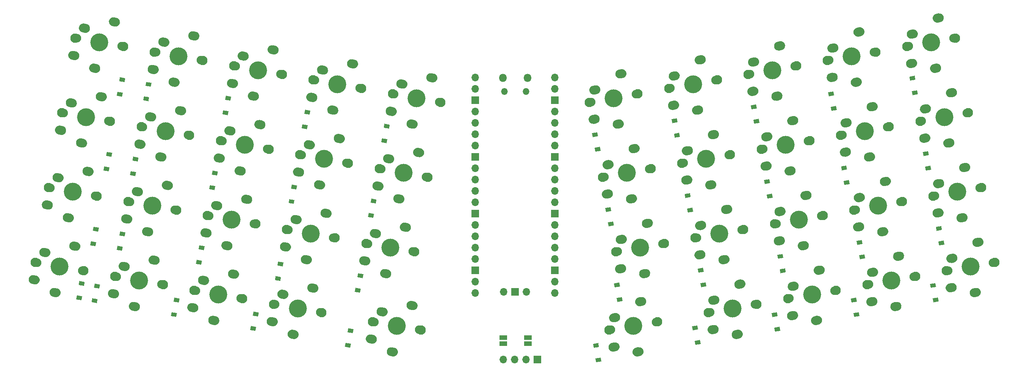
<source format=gbr>
%TF.GenerationSoftware,KiCad,Pcbnew,(5.1.10-1-10_14)*%
%TF.CreationDate,2021-09-19T11:37:43+09:00*%
%TF.ProjectId,Vpico,56706963-6f2e-46b6-9963-61645f706362,rev?*%
%TF.SameCoordinates,Original*%
%TF.FileFunction,Soldermask,Bot*%
%TF.FilePolarity,Negative*%
%FSLAX46Y46*%
G04 Gerber Fmt 4.6, Leading zero omitted, Abs format (unit mm)*
G04 Created by KiCad (PCBNEW (5.1.10-1-10_14)) date 2021-09-19 11:37:43*
%MOMM*%
%LPD*%
G01*
G04 APERTURE LIST*
%ADD10R,1.700000X1.000000*%
%ADD11C,0.100000*%
%ADD12C,4.000000*%
%ADD13C,2.100000*%
%ADD14C,1.900000*%
%ADD15O,1.700000X1.700000*%
%ADD16R,1.700000X1.700000*%
%ADD17O,1.500000X1.500000*%
%ADD18O,1.800000X1.800000*%
G04 APERTURE END LIST*
D10*
%TO.C,LED1*%
X186850000Y-138600000D03*
X186850000Y-140000000D03*
X181350000Y-138600000D03*
X181350000Y-140000000D03*
%TD*%
D11*
%TO.C,D30*%
G36*
X279339094Y-114513172D02*
G01*
X278157325Y-114721549D01*
X278001042Y-113835222D01*
X279182811Y-113626845D01*
X279339094Y-114513172D01*
G37*
G36*
X279912132Y-117763038D02*
G01*
X278730363Y-117971415D01*
X278574080Y-117085088D01*
X279755849Y-116876711D01*
X279912132Y-117763038D01*
G37*
%TD*%
%TO.C,SW30*%
G36*
G01*
X277233894Y-110924211D02*
X277233894Y-110924211D01*
G75*
G02*
X278045054Y-109765755I984808J173648D01*
G01*
X278537458Y-109678931D01*
G75*
G02*
X279695914Y-110490091I173648J-984808D01*
G01*
X279695914Y-110490091D01*
G75*
G02*
X278884754Y-111648547I-984808J-173648D01*
G01*
X278392350Y-111735371D01*
G75*
G02*
X277233894Y-110924211I-173648J984808D01*
G01*
G37*
D12*
X282810196Y-105980795D03*
D13*
X277393753Y-106935860D03*
X288226639Y-105025730D03*
G36*
G01*
X282603710Y-112008221D02*
X282603710Y-112008221D01*
G75*
G02*
X283414870Y-110849765I984808J173648D01*
G01*
X283907274Y-110762941D01*
G75*
G02*
X285065730Y-111574101I173648J-984808D01*
G01*
X285065730Y-111574101D01*
G75*
G02*
X284254570Y-112732557I-984808J-173648D01*
G01*
X283762166Y-112819381D01*
G75*
G02*
X282603710Y-112008221I-173648J984808D01*
G01*
G37*
G36*
G01*
X283198465Y-100753965D02*
X283198465Y-100753965D01*
G75*
G02*
X284009625Y-99595509I984808J173648D01*
G01*
X284502029Y-99508685D01*
G75*
G02*
X285660485Y-100319845I173648J-984808D01*
G01*
X285660485Y-100319845D01*
G75*
G02*
X284849325Y-101478301I-984808J-173648D01*
G01*
X284356921Y-101565125D01*
G75*
G02*
X283198465Y-100753965I-173648J984808D01*
G01*
G37*
G36*
G01*
X277386002Y-104358043D02*
X277386002Y-104358043D01*
G75*
G02*
X278197162Y-103199587I984808J173648D01*
G01*
X278689566Y-103112763D01*
G75*
G02*
X279848022Y-103923923I173648J-984808D01*
G01*
X279848022Y-103923923D01*
G75*
G02*
X279036862Y-105082379I-984808J-173648D01*
G01*
X278544458Y-105169203D01*
G75*
G02*
X277386002Y-104358043I-173648J984808D01*
G01*
G37*
D14*
X287813019Y-105098662D03*
X277807373Y-106862928D03*
%TD*%
D11*
%TO.C,D24*%
G36*
X132102584Y-122680824D02*
G01*
X130920815Y-122472447D01*
X131077098Y-121586120D01*
X132258867Y-121794497D01*
X132102584Y-122680824D01*
G37*
G36*
X131529546Y-125930690D02*
G01*
X130347777Y-125722313D01*
X130504060Y-124835986D01*
X131685829Y-125044363D01*
X131529546Y-125930690D01*
G37*
%TD*%
%TO.C,D26*%
G36*
X207448128Y-127189489D02*
G01*
X206266359Y-127397866D01*
X206110076Y-126511539D01*
X207291845Y-126303162D01*
X207448128Y-127189489D01*
G37*
G36*
X208021166Y-130439355D02*
G01*
X206839397Y-130647732D01*
X206683114Y-129761405D01*
X207864883Y-129553028D01*
X208021166Y-130439355D01*
G37*
%TD*%
%TO.C,SW26*%
G36*
G01*
X206327736Y-123426880D02*
X206327736Y-123426880D01*
G75*
G02*
X207138896Y-122268424I984808J173648D01*
G01*
X207631300Y-122181600D01*
G75*
G02*
X208789756Y-122992760I173648J-984808D01*
G01*
X208789756Y-122992760D01*
G75*
G02*
X207978596Y-124151216I-984808J-173648D01*
G01*
X207486192Y-124238040D01*
G75*
G02*
X206327736Y-123426880I-173648J984808D01*
G01*
G37*
D12*
X211904038Y-118483464D03*
D13*
X206487595Y-119438529D03*
X217320481Y-117528399D03*
G36*
G01*
X211697552Y-124510890D02*
X211697552Y-124510890D01*
G75*
G02*
X212508712Y-123352434I984808J173648D01*
G01*
X213001116Y-123265610D01*
G75*
G02*
X214159572Y-124076770I173648J-984808D01*
G01*
X214159572Y-124076770D01*
G75*
G02*
X213348412Y-125235226I-984808J-173648D01*
G01*
X212856008Y-125322050D01*
G75*
G02*
X211697552Y-124510890I-173648J984808D01*
G01*
G37*
G36*
G01*
X212292307Y-113256634D02*
X212292307Y-113256634D01*
G75*
G02*
X213103467Y-112098178I984808J173648D01*
G01*
X213595871Y-112011354D01*
G75*
G02*
X214754327Y-112822514I173648J-984808D01*
G01*
X214754327Y-112822514D01*
G75*
G02*
X213943167Y-113980970I-984808J-173648D01*
G01*
X213450763Y-114067794D01*
G75*
G02*
X212292307Y-113256634I-173648J984808D01*
G01*
G37*
G36*
G01*
X206479844Y-116860712D02*
X206479844Y-116860712D01*
G75*
G02*
X207291004Y-115702256I984808J173648D01*
G01*
X207783408Y-115615432D01*
G75*
G02*
X208941864Y-116426592I173648J-984808D01*
G01*
X208941864Y-116426592D01*
G75*
G02*
X208130704Y-117585048I-984808J-173648D01*
G01*
X207638300Y-117671872D01*
G75*
G02*
X206479844Y-116860712I-173648J984808D01*
G01*
G37*
D14*
X216906861Y-117601331D03*
X206901215Y-119365597D03*
%TD*%
D11*
%TO.C,D34*%
G36*
X126571979Y-133890748D02*
G01*
X125390210Y-133682371D01*
X125546493Y-132796044D01*
X126728262Y-133004421D01*
X126571979Y-133890748D01*
G37*
G36*
X125998941Y-137140614D02*
G01*
X124817172Y-136932237D01*
X124973455Y-136045910D01*
X126155224Y-136254287D01*
X125998941Y-137140614D01*
G37*
%TD*%
%TO.C,SW32*%
G36*
G01*
X93033567Y-128586279D02*
X93033567Y-128586279D01*
G75*
G02*
X94192023Y-127775119I984808J-173648D01*
G01*
X94684427Y-127861943D01*
G75*
G02*
X95495587Y-129020399I-173648J-984808D01*
G01*
X95495587Y-129020399D01*
G75*
G02*
X94337131Y-129831559I-984808J173648D01*
G01*
X93844727Y-129744735D01*
G75*
G02*
X93033567Y-128586279I173648J984808D01*
G01*
G37*
D12*
X99964324Y-125848194D03*
D13*
X94547881Y-124893129D03*
X105380767Y-126803259D03*
G36*
G01*
X97708790Y-131441500D02*
X97708790Y-131441500D01*
G75*
G02*
X98867246Y-130630340I984808J-173648D01*
G01*
X99359650Y-130717164D01*
G75*
G02*
X100170810Y-131875620I-173648J-984808D01*
G01*
X100170810Y-131875620D01*
G75*
G02*
X99012354Y-132686780I-984808J173648D01*
G01*
X98519950Y-132599956D01*
G75*
G02*
X97708790Y-131441500I173648J984808D01*
G01*
G37*
G36*
G01*
X102116858Y-121069377D02*
X102116858Y-121069377D01*
G75*
G02*
X103275314Y-120258217I984808J-173648D01*
G01*
X103767718Y-120345041D01*
G75*
G02*
X104578878Y-121503497I-173648J-984808D01*
G01*
X104578878Y-121503497D01*
G75*
G02*
X103420422Y-122314657I-984808J173648D01*
G01*
X102928018Y-122227833D01*
G75*
G02*
X102116858Y-121069377I173648J984808D01*
G01*
G37*
G36*
G01*
X95422263Y-122468123D02*
X95422263Y-122468123D01*
G75*
G02*
X96580719Y-121656963I984808J-173648D01*
G01*
X97073123Y-121743787D01*
G75*
G02*
X97884283Y-122902243I-173648J-984808D01*
G01*
X97884283Y-122902243D01*
G75*
G02*
X96725827Y-123713403I-984808J173648D01*
G01*
X96233423Y-123626579D01*
G75*
G02*
X95422263Y-122468123I173648J984808D01*
G01*
G37*
D14*
X104967147Y-126730327D03*
X94961501Y-124966061D03*
%TD*%
D15*
%TO.C,J1*%
X181380000Y-143500000D03*
X183920000Y-143500000D03*
X186460000Y-143500000D03*
D16*
X189000000Y-143500000D03*
%TD*%
D14*
%TO.C,SW36*%
X205421599Y-136888745D03*
X215427245Y-135124479D03*
G36*
G01*
X205000228Y-134383860D02*
X205000228Y-134383860D01*
G75*
G02*
X205811388Y-133225404I984808J173648D01*
G01*
X206303792Y-133138580D01*
G75*
G02*
X207462248Y-133949740I173648J-984808D01*
G01*
X207462248Y-133949740D01*
G75*
G02*
X206651088Y-135108196I-984808J-173648D01*
G01*
X206158684Y-135195020D01*
G75*
G02*
X205000228Y-134383860I-173648J984808D01*
G01*
G37*
G36*
G01*
X210812691Y-130779782D02*
X210812691Y-130779782D01*
G75*
G02*
X211623851Y-129621326I984808J173648D01*
G01*
X212116255Y-129534502D01*
G75*
G02*
X213274711Y-130345662I173648J-984808D01*
G01*
X213274711Y-130345662D01*
G75*
G02*
X212463551Y-131504118I-984808J-173648D01*
G01*
X211971147Y-131590942D01*
G75*
G02*
X210812691Y-130779782I-173648J984808D01*
G01*
G37*
G36*
G01*
X210217936Y-142034038D02*
X210217936Y-142034038D01*
G75*
G02*
X211029096Y-140875582I984808J173648D01*
G01*
X211521500Y-140788758D01*
G75*
G02*
X212679956Y-141599918I173648J-984808D01*
G01*
X212679956Y-141599918D01*
G75*
G02*
X211868796Y-142758374I-984808J-173648D01*
G01*
X211376392Y-142845198D01*
G75*
G02*
X210217936Y-142034038I-173648J984808D01*
G01*
G37*
D13*
X215840865Y-135051547D03*
X205007979Y-136961677D03*
D12*
X210424422Y-136006612D03*
G36*
G01*
X204848120Y-140950028D02*
X204848120Y-140950028D01*
G75*
G02*
X205659280Y-139791572I984808J173648D01*
G01*
X206151684Y-139704748D01*
G75*
G02*
X207310140Y-140515908I173648J-984808D01*
G01*
X207310140Y-140515908D01*
G75*
G02*
X206498980Y-141674364I-984808J-173648D01*
G01*
X206006576Y-141761188D01*
G75*
G02*
X204848120Y-140950028I-173648J984808D01*
G01*
G37*
%TD*%
D14*
%TO.C,SW35*%
X152572755Y-135124479D03*
X162578401Y-136888745D03*
G36*
G01*
X153033517Y-132626541D02*
X153033517Y-132626541D01*
G75*
G02*
X154191973Y-131815381I984808J-173648D01*
G01*
X154684377Y-131902205D01*
G75*
G02*
X155495537Y-133060661I-173648J-984808D01*
G01*
X155495537Y-133060661D01*
G75*
G02*
X154337081Y-133871821I-984808J173648D01*
G01*
X153844677Y-133784997D01*
G75*
G02*
X153033517Y-132626541I173648J984808D01*
G01*
G37*
G36*
G01*
X159728112Y-131227795D02*
X159728112Y-131227795D01*
G75*
G02*
X160886568Y-130416635I984808J-173648D01*
G01*
X161378972Y-130503459D01*
G75*
G02*
X162190132Y-131661915I-173648J-984808D01*
G01*
X162190132Y-131661915D01*
G75*
G02*
X161031676Y-132473075I-984808J173648D01*
G01*
X160539272Y-132386251D01*
G75*
G02*
X159728112Y-131227795I173648J984808D01*
G01*
G37*
G36*
G01*
X155320044Y-141599918D02*
X155320044Y-141599918D01*
G75*
G02*
X156478500Y-140788758I984808J-173648D01*
G01*
X156970904Y-140875582D01*
G75*
G02*
X157782064Y-142034038I-173648J-984808D01*
G01*
X157782064Y-142034038D01*
G75*
G02*
X156623608Y-142845198I-984808J173648D01*
G01*
X156131204Y-142758374D01*
G75*
G02*
X155320044Y-141599918I173648J984808D01*
G01*
G37*
D13*
X162992021Y-136961677D03*
X152159135Y-135051547D03*
D12*
X157575578Y-136006612D03*
G36*
G01*
X150644821Y-138744697D02*
X150644821Y-138744697D01*
G75*
G02*
X151803277Y-137933537I984808J-173648D01*
G01*
X152295681Y-138020361D01*
G75*
G02*
X153106841Y-139178817I-173648J-984808D01*
G01*
X153106841Y-139178817D01*
G75*
G02*
X151948385Y-139989977I-984808J173648D01*
G01*
X151455981Y-139903153D01*
G75*
G02*
X150644821Y-138744697I173648J984808D01*
G01*
G37*
%TD*%
D15*
%TO.C,U1*%
X186540000Y-128400000D03*
D16*
X184000000Y-128400000D03*
D15*
X181460000Y-128400000D03*
D17*
X186425000Y-83530000D03*
X181575000Y-83530000D03*
D18*
X186725000Y-80500000D03*
X181275000Y-80500000D03*
D15*
X192890000Y-80370000D03*
X192890000Y-82910000D03*
D16*
X192890000Y-85450000D03*
D15*
X192890000Y-87990000D03*
X192890000Y-90530000D03*
X192890000Y-93070000D03*
X192890000Y-95610000D03*
D16*
X192890000Y-98150000D03*
D15*
X192890000Y-100690000D03*
X192890000Y-103230000D03*
X192890000Y-105770000D03*
X192890000Y-108310000D03*
D16*
X192890000Y-110850000D03*
D15*
X192890000Y-113390000D03*
X192890000Y-115930000D03*
X192890000Y-118470000D03*
X192890000Y-121010000D03*
D16*
X192890000Y-123550000D03*
D15*
X192890000Y-126090000D03*
X192890000Y-128630000D03*
X175110000Y-128630000D03*
X175110000Y-126090000D03*
D16*
X175110000Y-123550000D03*
D15*
X175110000Y-121010000D03*
X175110000Y-118470000D03*
X175110000Y-115930000D03*
X175110000Y-113390000D03*
D16*
X175110000Y-110850000D03*
D15*
X175110000Y-108310000D03*
X175110000Y-105770000D03*
X175110000Y-103230000D03*
X175110000Y-100690000D03*
D16*
X175110000Y-98150000D03*
D15*
X175110000Y-95610000D03*
X175110000Y-93070000D03*
X175110000Y-90530000D03*
X175110000Y-87990000D03*
D16*
X175110000Y-85450000D03*
D15*
X175110000Y-82910000D03*
X175110000Y-80370000D03*
%TD*%
%TO.C,SW40*%
G36*
G01*
X280185913Y-127665943D02*
X280185913Y-127665943D01*
G75*
G02*
X280997073Y-126507487I984808J173648D01*
G01*
X281489477Y-126420663D01*
G75*
G02*
X282647933Y-127231823I173648J-984808D01*
G01*
X282647933Y-127231823D01*
G75*
G02*
X281836773Y-128390279I-984808J-173648D01*
G01*
X281344369Y-128477103D01*
G75*
G02*
X280185913Y-127665943I-173648J984808D01*
G01*
G37*
D12*
X285762215Y-122722527D03*
D13*
X280345772Y-123677592D03*
X291178658Y-121767462D03*
G36*
G01*
X285555729Y-128749953D02*
X285555729Y-128749953D01*
G75*
G02*
X286366889Y-127591497I984808J173648D01*
G01*
X286859293Y-127504673D01*
G75*
G02*
X288017749Y-128315833I173648J-984808D01*
G01*
X288017749Y-128315833D01*
G75*
G02*
X287206589Y-129474289I-984808J-173648D01*
G01*
X286714185Y-129561113D01*
G75*
G02*
X285555729Y-128749953I-173648J984808D01*
G01*
G37*
G36*
G01*
X286150484Y-117495697D02*
X286150484Y-117495697D01*
G75*
G02*
X286961644Y-116337241I984808J173648D01*
G01*
X287454048Y-116250417D01*
G75*
G02*
X288612504Y-117061577I173648J-984808D01*
G01*
X288612504Y-117061577D01*
G75*
G02*
X287801344Y-118220033I-984808J-173648D01*
G01*
X287308940Y-118306857D01*
G75*
G02*
X286150484Y-117495697I-173648J984808D01*
G01*
G37*
G36*
G01*
X280338021Y-121099775D02*
X280338021Y-121099775D01*
G75*
G02*
X281149181Y-119941319I984808J173648D01*
G01*
X281641585Y-119854495D01*
G75*
G02*
X282800041Y-120665655I173648J-984808D01*
G01*
X282800041Y-120665655D01*
G75*
G02*
X281988881Y-121824111I-984808J-173648D01*
G01*
X281496477Y-121910935D01*
G75*
G02*
X280338021Y-121099775I-173648J984808D01*
G01*
G37*
D14*
X290765038Y-121840394D03*
X280759392Y-123604660D03*
%TD*%
%TO.C,SW39*%
G36*
G01*
X262459374Y-130791610D02*
X262459374Y-130791610D01*
G75*
G02*
X263270534Y-129633154I984808J173648D01*
G01*
X263762938Y-129546330D01*
G75*
G02*
X264921394Y-130357490I173648J-984808D01*
G01*
X264921394Y-130357490D01*
G75*
G02*
X264110234Y-131515946I-984808J-173648D01*
G01*
X263617830Y-131602770D01*
G75*
G02*
X262459374Y-130791610I-173648J984808D01*
G01*
G37*
D12*
X268035676Y-125848194D03*
D13*
X262619233Y-126803259D03*
X273452119Y-124893129D03*
G36*
G01*
X267829190Y-131875620D02*
X267829190Y-131875620D01*
G75*
G02*
X268640350Y-130717164I984808J173648D01*
G01*
X269132754Y-130630340D01*
G75*
G02*
X270291210Y-131441500I173648J-984808D01*
G01*
X270291210Y-131441500D01*
G75*
G02*
X269480050Y-132599956I-984808J-173648D01*
G01*
X268987646Y-132686780D01*
G75*
G02*
X267829190Y-131875620I-173648J984808D01*
G01*
G37*
G36*
G01*
X268423945Y-120621364D02*
X268423945Y-120621364D01*
G75*
G02*
X269235105Y-119462908I984808J173648D01*
G01*
X269727509Y-119376084D01*
G75*
G02*
X270885965Y-120187244I173648J-984808D01*
G01*
X270885965Y-120187244D01*
G75*
G02*
X270074805Y-121345700I-984808J-173648D01*
G01*
X269582401Y-121432524D01*
G75*
G02*
X268423945Y-120621364I-173648J984808D01*
G01*
G37*
G36*
G01*
X262611482Y-124225442D02*
X262611482Y-124225442D01*
G75*
G02*
X263422642Y-123066986I984808J173648D01*
G01*
X263915046Y-122980162D01*
G75*
G02*
X265073502Y-123791322I173648J-984808D01*
G01*
X265073502Y-123791322D01*
G75*
G02*
X264262342Y-124949778I-984808J-173648D01*
G01*
X263769938Y-125036602D01*
G75*
G02*
X262611482Y-124225442I-173648J984808D01*
G01*
G37*
D14*
X273038499Y-124966061D03*
X263032853Y-126730327D03*
%TD*%
%TO.C,SW38*%
G36*
G01*
X244732834Y-133917277D02*
X244732834Y-133917277D01*
G75*
G02*
X245543994Y-132758821I984808J173648D01*
G01*
X246036398Y-132671997D01*
G75*
G02*
X247194854Y-133483157I173648J-984808D01*
G01*
X247194854Y-133483157D01*
G75*
G02*
X246383694Y-134641613I-984808J-173648D01*
G01*
X245891290Y-134728437D01*
G75*
G02*
X244732834Y-133917277I-173648J984808D01*
G01*
G37*
D12*
X250309136Y-128973861D03*
D13*
X244892693Y-129928926D03*
X255725579Y-128018796D03*
G36*
G01*
X250102650Y-135001287D02*
X250102650Y-135001287D01*
G75*
G02*
X250913810Y-133842831I984808J173648D01*
G01*
X251406214Y-133756007D01*
G75*
G02*
X252564670Y-134567167I173648J-984808D01*
G01*
X252564670Y-134567167D01*
G75*
G02*
X251753510Y-135725623I-984808J-173648D01*
G01*
X251261106Y-135812447D01*
G75*
G02*
X250102650Y-135001287I-173648J984808D01*
G01*
G37*
G36*
G01*
X250697405Y-123747031D02*
X250697405Y-123747031D01*
G75*
G02*
X251508565Y-122588575I984808J173648D01*
G01*
X252000969Y-122501751D01*
G75*
G02*
X253159425Y-123312911I173648J-984808D01*
G01*
X253159425Y-123312911D01*
G75*
G02*
X252348265Y-124471367I-984808J-173648D01*
G01*
X251855861Y-124558191D01*
G75*
G02*
X250697405Y-123747031I-173648J984808D01*
G01*
G37*
G36*
G01*
X244884942Y-127351109D02*
X244884942Y-127351109D01*
G75*
G02*
X245696102Y-126192653I984808J173648D01*
G01*
X246188506Y-126105829D01*
G75*
G02*
X247346962Y-126916989I173648J-984808D01*
G01*
X247346962Y-126916989D01*
G75*
G02*
X246535802Y-128075445I-984808J-173648D01*
G01*
X246043398Y-128162269D01*
G75*
G02*
X244884942Y-127351109I-173648J984808D01*
G01*
G37*
D14*
X255311959Y-128091728D03*
X245306313Y-129855994D03*
%TD*%
%TO.C,SW37*%
G36*
G01*
X227006295Y-137042944D02*
X227006295Y-137042944D01*
G75*
G02*
X227817455Y-135884488I984808J173648D01*
G01*
X228309859Y-135797664D01*
G75*
G02*
X229468315Y-136608824I173648J-984808D01*
G01*
X229468315Y-136608824D01*
G75*
G02*
X228657155Y-137767280I-984808J-173648D01*
G01*
X228164751Y-137854104D01*
G75*
G02*
X227006295Y-137042944I-173648J984808D01*
G01*
G37*
D12*
X232582597Y-132099528D03*
D13*
X227166154Y-133054593D03*
X237999040Y-131144463D03*
G36*
G01*
X232376111Y-138126954D02*
X232376111Y-138126954D01*
G75*
G02*
X233187271Y-136968498I984808J173648D01*
G01*
X233679675Y-136881674D01*
G75*
G02*
X234838131Y-137692834I173648J-984808D01*
G01*
X234838131Y-137692834D01*
G75*
G02*
X234026971Y-138851290I-984808J-173648D01*
G01*
X233534567Y-138938114D01*
G75*
G02*
X232376111Y-138126954I-173648J984808D01*
G01*
G37*
G36*
G01*
X232970866Y-126872698D02*
X232970866Y-126872698D01*
G75*
G02*
X233782026Y-125714242I984808J173648D01*
G01*
X234274430Y-125627418D01*
G75*
G02*
X235432886Y-126438578I173648J-984808D01*
G01*
X235432886Y-126438578D01*
G75*
G02*
X234621726Y-127597034I-984808J-173648D01*
G01*
X234129322Y-127683858D01*
G75*
G02*
X232970866Y-126872698I-173648J984808D01*
G01*
G37*
G36*
G01*
X227158403Y-130476776D02*
X227158403Y-130476776D01*
G75*
G02*
X227969563Y-129318320I984808J173648D01*
G01*
X228461967Y-129231496D01*
G75*
G02*
X229620423Y-130042656I173648J-984808D01*
G01*
X229620423Y-130042656D01*
G75*
G02*
X228809263Y-131201112I-984808J-173648D01*
G01*
X228316859Y-131287936D01*
G75*
G02*
X227158403Y-130476776I-173648J984808D01*
G01*
G37*
D14*
X237585420Y-131217395D03*
X227579774Y-132981661D03*
%TD*%
%TO.C,SW34*%
G36*
G01*
X128486646Y-134837613D02*
X128486646Y-134837613D01*
G75*
G02*
X129645102Y-134026453I984808J-173648D01*
G01*
X130137506Y-134113277D01*
G75*
G02*
X130948666Y-135271733I-173648J-984808D01*
G01*
X130948666Y-135271733D01*
G75*
G02*
X129790210Y-136082893I-984808J173648D01*
G01*
X129297806Y-135996069D01*
G75*
G02*
X128486646Y-134837613I173648J984808D01*
G01*
G37*
D12*
X135417403Y-132099528D03*
D13*
X130000960Y-131144463D03*
X140833846Y-133054593D03*
G36*
G01*
X133161869Y-137692834D02*
X133161869Y-137692834D01*
G75*
G02*
X134320325Y-136881674I984808J-173648D01*
G01*
X134812729Y-136968498D01*
G75*
G02*
X135623889Y-138126954I-173648J-984808D01*
G01*
X135623889Y-138126954D01*
G75*
G02*
X134465433Y-138938114I-984808J173648D01*
G01*
X133973029Y-138851290D01*
G75*
G02*
X133161869Y-137692834I173648J984808D01*
G01*
G37*
G36*
G01*
X137569937Y-127320711D02*
X137569937Y-127320711D01*
G75*
G02*
X138728393Y-126509551I984808J-173648D01*
G01*
X139220797Y-126596375D01*
G75*
G02*
X140031957Y-127754831I-173648J-984808D01*
G01*
X140031957Y-127754831D01*
G75*
G02*
X138873501Y-128565991I-984808J173648D01*
G01*
X138381097Y-128479167D01*
G75*
G02*
X137569937Y-127320711I173648J984808D01*
G01*
G37*
G36*
G01*
X130875342Y-128719457D02*
X130875342Y-128719457D01*
G75*
G02*
X132033798Y-127908297I984808J-173648D01*
G01*
X132526202Y-127995121D01*
G75*
G02*
X133337362Y-129153577I-173648J-984808D01*
G01*
X133337362Y-129153577D01*
G75*
G02*
X132178906Y-129964737I-984808J173648D01*
G01*
X131686502Y-129877913D01*
G75*
G02*
X130875342Y-128719457I173648J984808D01*
G01*
G37*
D14*
X140420226Y-132981661D03*
X130414580Y-131217395D03*
%TD*%
%TO.C,SW33*%
G36*
G01*
X110760107Y-131711946D02*
X110760107Y-131711946D01*
G75*
G02*
X111918563Y-130900786I984808J-173648D01*
G01*
X112410967Y-130987610D01*
G75*
G02*
X113222127Y-132146066I-173648J-984808D01*
G01*
X113222127Y-132146066D01*
G75*
G02*
X112063671Y-132957226I-984808J173648D01*
G01*
X111571267Y-132870402D01*
G75*
G02*
X110760107Y-131711946I173648J984808D01*
G01*
G37*
D12*
X117690864Y-128973861D03*
D13*
X112274421Y-128018796D03*
X123107307Y-129928926D03*
G36*
G01*
X115435330Y-134567167D02*
X115435330Y-134567167D01*
G75*
G02*
X116593786Y-133756007I984808J-173648D01*
G01*
X117086190Y-133842831D01*
G75*
G02*
X117897350Y-135001287I-173648J-984808D01*
G01*
X117897350Y-135001287D01*
G75*
G02*
X116738894Y-135812447I-984808J173648D01*
G01*
X116246490Y-135725623D01*
G75*
G02*
X115435330Y-134567167I173648J984808D01*
G01*
G37*
G36*
G01*
X119843398Y-124195044D02*
X119843398Y-124195044D01*
G75*
G02*
X121001854Y-123383884I984808J-173648D01*
G01*
X121494258Y-123470708D01*
G75*
G02*
X122305418Y-124629164I-173648J-984808D01*
G01*
X122305418Y-124629164D01*
G75*
G02*
X121146962Y-125440324I-984808J173648D01*
G01*
X120654558Y-125353500D01*
G75*
G02*
X119843398Y-124195044I173648J984808D01*
G01*
G37*
G36*
G01*
X113148803Y-125593790D02*
X113148803Y-125593790D01*
G75*
G02*
X114307259Y-124782630I984808J-173648D01*
G01*
X114799663Y-124869454D01*
G75*
G02*
X115610823Y-126027910I-173648J-984808D01*
G01*
X115610823Y-126027910D01*
G75*
G02*
X114452367Y-126839070I-984808J173648D01*
G01*
X113959963Y-126752246D01*
G75*
G02*
X113148803Y-125593790I173648J984808D01*
G01*
G37*
D14*
X122693687Y-129855994D03*
X112688041Y-128091728D03*
%TD*%
%TO.C,SW31*%
G36*
G01*
X75307028Y-125460612D02*
X75307028Y-125460612D01*
G75*
G02*
X76465484Y-124649452I984808J-173648D01*
G01*
X76957888Y-124736276D01*
G75*
G02*
X77769048Y-125894732I-173648J-984808D01*
G01*
X77769048Y-125894732D01*
G75*
G02*
X76610592Y-126705892I-984808J173648D01*
G01*
X76118188Y-126619068D01*
G75*
G02*
X75307028Y-125460612I173648J984808D01*
G01*
G37*
D12*
X82237785Y-122722527D03*
D13*
X76821342Y-121767462D03*
X87654228Y-123677592D03*
G36*
G01*
X79982251Y-128315833D02*
X79982251Y-128315833D01*
G75*
G02*
X81140707Y-127504673I984808J-173648D01*
G01*
X81633111Y-127591497D01*
G75*
G02*
X82444271Y-128749953I-173648J-984808D01*
G01*
X82444271Y-128749953D01*
G75*
G02*
X81285815Y-129561113I-984808J173648D01*
G01*
X80793411Y-129474289D01*
G75*
G02*
X79982251Y-128315833I173648J984808D01*
G01*
G37*
G36*
G01*
X84390319Y-117943710D02*
X84390319Y-117943710D01*
G75*
G02*
X85548775Y-117132550I984808J-173648D01*
G01*
X86041179Y-117219374D01*
G75*
G02*
X86852339Y-118377830I-173648J-984808D01*
G01*
X86852339Y-118377830D01*
G75*
G02*
X85693883Y-119188990I-984808J173648D01*
G01*
X85201479Y-119102166D01*
G75*
G02*
X84390319Y-117943710I173648J984808D01*
G01*
G37*
G36*
G01*
X77695724Y-119342456D02*
X77695724Y-119342456D01*
G75*
G02*
X78854180Y-118531296I984808J-173648D01*
G01*
X79346584Y-118618120D01*
G75*
G02*
X80157744Y-119776576I-173648J-984808D01*
G01*
X80157744Y-119776576D01*
G75*
G02*
X78999288Y-120587736I-984808J173648D01*
G01*
X78506884Y-120500912D01*
G75*
G02*
X77695724Y-119342456I173648J984808D01*
G01*
G37*
D14*
X87240608Y-123604660D03*
X77234962Y-121840394D03*
%TD*%
%TO.C,SW29*%
G36*
G01*
X259507355Y-114049878D02*
X259507355Y-114049878D01*
G75*
G02*
X260318515Y-112891422I984808J173648D01*
G01*
X260810919Y-112804598D01*
G75*
G02*
X261969375Y-113615758I173648J-984808D01*
G01*
X261969375Y-113615758D01*
G75*
G02*
X261158215Y-114774214I-984808J-173648D01*
G01*
X260665811Y-114861038D01*
G75*
G02*
X259507355Y-114049878I-173648J984808D01*
G01*
G37*
D12*
X265083657Y-109106462D03*
D13*
X259667214Y-110061527D03*
X270500100Y-108151397D03*
G36*
G01*
X264877171Y-115133888D02*
X264877171Y-115133888D01*
G75*
G02*
X265688331Y-113975432I984808J173648D01*
G01*
X266180735Y-113888608D01*
G75*
G02*
X267339191Y-114699768I173648J-984808D01*
G01*
X267339191Y-114699768D01*
G75*
G02*
X266528031Y-115858224I-984808J-173648D01*
G01*
X266035627Y-115945048D01*
G75*
G02*
X264877171Y-115133888I-173648J984808D01*
G01*
G37*
G36*
G01*
X265471926Y-103879632D02*
X265471926Y-103879632D01*
G75*
G02*
X266283086Y-102721176I984808J173648D01*
G01*
X266775490Y-102634352D01*
G75*
G02*
X267933946Y-103445512I173648J-984808D01*
G01*
X267933946Y-103445512D01*
G75*
G02*
X267122786Y-104603968I-984808J-173648D01*
G01*
X266630382Y-104690792D01*
G75*
G02*
X265471926Y-103879632I-173648J984808D01*
G01*
G37*
G36*
G01*
X259659463Y-107483710D02*
X259659463Y-107483710D01*
G75*
G02*
X260470623Y-106325254I984808J173648D01*
G01*
X260963027Y-106238430D01*
G75*
G02*
X262121483Y-107049590I173648J-984808D01*
G01*
X262121483Y-107049590D01*
G75*
G02*
X261310323Y-108208046I-984808J-173648D01*
G01*
X260817919Y-108294870D01*
G75*
G02*
X259659463Y-107483710I-173648J984808D01*
G01*
G37*
D14*
X270086480Y-108224329D03*
X260080834Y-109988595D03*
%TD*%
%TO.C,SW28*%
G36*
G01*
X241780815Y-117175545D02*
X241780815Y-117175545D01*
G75*
G02*
X242591975Y-116017089I984808J173648D01*
G01*
X243084379Y-115930265D01*
G75*
G02*
X244242835Y-116741425I173648J-984808D01*
G01*
X244242835Y-116741425D01*
G75*
G02*
X243431675Y-117899881I-984808J-173648D01*
G01*
X242939271Y-117986705D01*
G75*
G02*
X241780815Y-117175545I-173648J984808D01*
G01*
G37*
D12*
X247357117Y-112232129D03*
D13*
X241940674Y-113187194D03*
X252773560Y-111277064D03*
G36*
G01*
X247150631Y-118259555D02*
X247150631Y-118259555D01*
G75*
G02*
X247961791Y-117101099I984808J173648D01*
G01*
X248454195Y-117014275D01*
G75*
G02*
X249612651Y-117825435I173648J-984808D01*
G01*
X249612651Y-117825435D01*
G75*
G02*
X248801491Y-118983891I-984808J-173648D01*
G01*
X248309087Y-119070715D01*
G75*
G02*
X247150631Y-118259555I-173648J984808D01*
G01*
G37*
G36*
G01*
X247745386Y-107005299D02*
X247745386Y-107005299D01*
G75*
G02*
X248556546Y-105846843I984808J173648D01*
G01*
X249048950Y-105760019D01*
G75*
G02*
X250207406Y-106571179I173648J-984808D01*
G01*
X250207406Y-106571179D01*
G75*
G02*
X249396246Y-107729635I-984808J-173648D01*
G01*
X248903842Y-107816459D01*
G75*
G02*
X247745386Y-107005299I-173648J984808D01*
G01*
G37*
G36*
G01*
X241932923Y-110609377D02*
X241932923Y-110609377D01*
G75*
G02*
X242744083Y-109450921I984808J173648D01*
G01*
X243236487Y-109364097D01*
G75*
G02*
X244394943Y-110175257I173648J-984808D01*
G01*
X244394943Y-110175257D01*
G75*
G02*
X243583783Y-111333713I-984808J-173648D01*
G01*
X243091379Y-111420537D01*
G75*
G02*
X241932923Y-110609377I-173648J984808D01*
G01*
G37*
D14*
X252359940Y-111349996D03*
X242354294Y-113114262D03*
%TD*%
%TO.C,SW27*%
G36*
G01*
X224054276Y-120301212D02*
X224054276Y-120301212D01*
G75*
G02*
X224865436Y-119142756I984808J173648D01*
G01*
X225357840Y-119055932D01*
G75*
G02*
X226516296Y-119867092I173648J-984808D01*
G01*
X226516296Y-119867092D01*
G75*
G02*
X225705136Y-121025548I-984808J-173648D01*
G01*
X225212732Y-121112372D01*
G75*
G02*
X224054276Y-120301212I-173648J984808D01*
G01*
G37*
D12*
X229630578Y-115357796D03*
D13*
X224214135Y-116312861D03*
X235047021Y-114402731D03*
G36*
G01*
X229424092Y-121385222D02*
X229424092Y-121385222D01*
G75*
G02*
X230235252Y-120226766I984808J173648D01*
G01*
X230727656Y-120139942D01*
G75*
G02*
X231886112Y-120951102I173648J-984808D01*
G01*
X231886112Y-120951102D01*
G75*
G02*
X231074952Y-122109558I-984808J-173648D01*
G01*
X230582548Y-122196382D01*
G75*
G02*
X229424092Y-121385222I-173648J984808D01*
G01*
G37*
G36*
G01*
X230018847Y-110130966D02*
X230018847Y-110130966D01*
G75*
G02*
X230830007Y-108972510I984808J173648D01*
G01*
X231322411Y-108885686D01*
G75*
G02*
X232480867Y-109696846I173648J-984808D01*
G01*
X232480867Y-109696846D01*
G75*
G02*
X231669707Y-110855302I-984808J-173648D01*
G01*
X231177303Y-110942126D01*
G75*
G02*
X230018847Y-110130966I-173648J984808D01*
G01*
G37*
G36*
G01*
X224206384Y-113735044D02*
X224206384Y-113735044D01*
G75*
G02*
X225017544Y-112576588I984808J173648D01*
G01*
X225509948Y-112489764D01*
G75*
G02*
X226668404Y-113300924I173648J-984808D01*
G01*
X226668404Y-113300924D01*
G75*
G02*
X225857244Y-114459380I-984808J-173648D01*
G01*
X225364840Y-114546204D01*
G75*
G02*
X224206384Y-113735044I-173648J984808D01*
G01*
G37*
D14*
X234633401Y-114475663D03*
X224627755Y-116239929D03*
%TD*%
%TO.C,SW25*%
G36*
G01*
X149165205Y-121221549D02*
X149165205Y-121221549D01*
G75*
G02*
X150323661Y-120410389I984808J-173648D01*
G01*
X150816065Y-120497213D01*
G75*
G02*
X151627225Y-121655669I-173648J-984808D01*
G01*
X151627225Y-121655669D01*
G75*
G02*
X150468769Y-122466829I-984808J173648D01*
G01*
X149976365Y-122380005D01*
G75*
G02*
X149165205Y-121221549I173648J984808D01*
G01*
G37*
D12*
X156095962Y-118483464D03*
D13*
X150679519Y-117528399D03*
X161512405Y-119438529D03*
G36*
G01*
X153840428Y-124076770D02*
X153840428Y-124076770D01*
G75*
G02*
X154998884Y-123265610I984808J-173648D01*
G01*
X155491288Y-123352434D01*
G75*
G02*
X156302448Y-124510890I-173648J-984808D01*
G01*
X156302448Y-124510890D01*
G75*
G02*
X155143992Y-125322050I-984808J173648D01*
G01*
X154651588Y-125235226D01*
G75*
G02*
X153840428Y-124076770I173648J984808D01*
G01*
G37*
G36*
G01*
X158248496Y-113704647D02*
X158248496Y-113704647D01*
G75*
G02*
X159406952Y-112893487I984808J-173648D01*
G01*
X159899356Y-112980311D01*
G75*
G02*
X160710516Y-114138767I-173648J-984808D01*
G01*
X160710516Y-114138767D01*
G75*
G02*
X159552060Y-114949927I-984808J173648D01*
G01*
X159059656Y-114863103D01*
G75*
G02*
X158248496Y-113704647I173648J984808D01*
G01*
G37*
G36*
G01*
X151553901Y-115103393D02*
X151553901Y-115103393D01*
G75*
G02*
X152712357Y-114292233I984808J-173648D01*
G01*
X153204761Y-114379057D01*
G75*
G02*
X154015921Y-115537513I-173648J-984808D01*
G01*
X154015921Y-115537513D01*
G75*
G02*
X152857465Y-116348673I-984808J173648D01*
G01*
X152365061Y-116261849D01*
G75*
G02*
X151553901Y-115103393I173648J984808D01*
G01*
G37*
D14*
X161098785Y-119365597D03*
X151093139Y-117601331D03*
%TD*%
%TO.C,SW24*%
G36*
G01*
X131438665Y-118095881D02*
X131438665Y-118095881D01*
G75*
G02*
X132597121Y-117284721I984808J-173648D01*
G01*
X133089525Y-117371545D01*
G75*
G02*
X133900685Y-118530001I-173648J-984808D01*
G01*
X133900685Y-118530001D01*
G75*
G02*
X132742229Y-119341161I-984808J173648D01*
G01*
X132249825Y-119254337D01*
G75*
G02*
X131438665Y-118095881I173648J984808D01*
G01*
G37*
D12*
X138369422Y-115357796D03*
D13*
X132952979Y-114402731D03*
X143785865Y-116312861D03*
G36*
G01*
X136113888Y-120951102D02*
X136113888Y-120951102D01*
G75*
G02*
X137272344Y-120139942I984808J-173648D01*
G01*
X137764748Y-120226766D01*
G75*
G02*
X138575908Y-121385222I-173648J-984808D01*
G01*
X138575908Y-121385222D01*
G75*
G02*
X137417452Y-122196382I-984808J173648D01*
G01*
X136925048Y-122109558D01*
G75*
G02*
X136113888Y-120951102I173648J984808D01*
G01*
G37*
G36*
G01*
X140521956Y-110578979D02*
X140521956Y-110578979D01*
G75*
G02*
X141680412Y-109767819I984808J-173648D01*
G01*
X142172816Y-109854643D01*
G75*
G02*
X142983976Y-111013099I-173648J-984808D01*
G01*
X142983976Y-111013099D01*
G75*
G02*
X141825520Y-111824259I-984808J173648D01*
G01*
X141333116Y-111737435D01*
G75*
G02*
X140521956Y-110578979I173648J984808D01*
G01*
G37*
G36*
G01*
X133827361Y-111977725D02*
X133827361Y-111977725D01*
G75*
G02*
X134985817Y-111166565I984808J-173648D01*
G01*
X135478221Y-111253389D01*
G75*
G02*
X136289381Y-112411845I-173648J-984808D01*
G01*
X136289381Y-112411845D01*
G75*
G02*
X135130925Y-113223005I-984808J173648D01*
G01*
X134638521Y-113136181D01*
G75*
G02*
X133827361Y-111977725I173648J984808D01*
G01*
G37*
D14*
X143372245Y-116239929D03*
X133366599Y-114475663D03*
%TD*%
%TO.C,SW23*%
G36*
G01*
X113712126Y-114970214D02*
X113712126Y-114970214D01*
G75*
G02*
X114870582Y-114159054I984808J-173648D01*
G01*
X115362986Y-114245878D01*
G75*
G02*
X116174146Y-115404334I-173648J-984808D01*
G01*
X116174146Y-115404334D01*
G75*
G02*
X115015690Y-116215494I-984808J173648D01*
G01*
X114523286Y-116128670D01*
G75*
G02*
X113712126Y-114970214I173648J984808D01*
G01*
G37*
D12*
X120642883Y-112232129D03*
D13*
X115226440Y-111277064D03*
X126059326Y-113187194D03*
G36*
G01*
X118387349Y-117825435D02*
X118387349Y-117825435D01*
G75*
G02*
X119545805Y-117014275I984808J-173648D01*
G01*
X120038209Y-117101099D01*
G75*
G02*
X120849369Y-118259555I-173648J-984808D01*
G01*
X120849369Y-118259555D01*
G75*
G02*
X119690913Y-119070715I-984808J173648D01*
G01*
X119198509Y-118983891D01*
G75*
G02*
X118387349Y-117825435I173648J984808D01*
G01*
G37*
G36*
G01*
X122795417Y-107453312D02*
X122795417Y-107453312D01*
G75*
G02*
X123953873Y-106642152I984808J-173648D01*
G01*
X124446277Y-106728976D01*
G75*
G02*
X125257437Y-107887432I-173648J-984808D01*
G01*
X125257437Y-107887432D01*
G75*
G02*
X124098981Y-108698592I-984808J173648D01*
G01*
X123606577Y-108611768D01*
G75*
G02*
X122795417Y-107453312I173648J984808D01*
G01*
G37*
G36*
G01*
X116100822Y-108852058D02*
X116100822Y-108852058D01*
G75*
G02*
X117259278Y-108040898I984808J-173648D01*
G01*
X117751682Y-108127722D01*
G75*
G02*
X118562842Y-109286178I-173648J-984808D01*
G01*
X118562842Y-109286178D01*
G75*
G02*
X117404386Y-110097338I-984808J173648D01*
G01*
X116911982Y-110010514D01*
G75*
G02*
X116100822Y-108852058I173648J984808D01*
G01*
G37*
D14*
X125645706Y-113114262D03*
X115640060Y-111349996D03*
%TD*%
%TO.C,SW22*%
G36*
G01*
X95985586Y-111844547D02*
X95985586Y-111844547D01*
G75*
G02*
X97144042Y-111033387I984808J-173648D01*
G01*
X97636446Y-111120211D01*
G75*
G02*
X98447606Y-112278667I-173648J-984808D01*
G01*
X98447606Y-112278667D01*
G75*
G02*
X97289150Y-113089827I-984808J173648D01*
G01*
X96796746Y-113003003D01*
G75*
G02*
X95985586Y-111844547I173648J984808D01*
G01*
G37*
D12*
X102916343Y-109106462D03*
D13*
X97499900Y-108151397D03*
X108332786Y-110061527D03*
G36*
G01*
X100660809Y-114699768D02*
X100660809Y-114699768D01*
G75*
G02*
X101819265Y-113888608I984808J-173648D01*
G01*
X102311669Y-113975432D01*
G75*
G02*
X103122829Y-115133888I-173648J-984808D01*
G01*
X103122829Y-115133888D01*
G75*
G02*
X101964373Y-115945048I-984808J173648D01*
G01*
X101471969Y-115858224D01*
G75*
G02*
X100660809Y-114699768I173648J984808D01*
G01*
G37*
G36*
G01*
X105068877Y-104327645D02*
X105068877Y-104327645D01*
G75*
G02*
X106227333Y-103516485I984808J-173648D01*
G01*
X106719737Y-103603309D01*
G75*
G02*
X107530897Y-104761765I-173648J-984808D01*
G01*
X107530897Y-104761765D01*
G75*
G02*
X106372441Y-105572925I-984808J173648D01*
G01*
X105880037Y-105486101D01*
G75*
G02*
X105068877Y-104327645I173648J984808D01*
G01*
G37*
G36*
G01*
X98374282Y-105726391D02*
X98374282Y-105726391D01*
G75*
G02*
X99532738Y-104915231I984808J-173648D01*
G01*
X100025142Y-105002055D01*
G75*
G02*
X100836302Y-106160511I-173648J-984808D01*
G01*
X100836302Y-106160511D01*
G75*
G02*
X99677846Y-106971671I-984808J173648D01*
G01*
X99185442Y-106884847D01*
G75*
G02*
X98374282Y-105726391I173648J984808D01*
G01*
G37*
D14*
X107919166Y-109988595D03*
X97913520Y-108224329D03*
%TD*%
%TO.C,SW21*%
G36*
G01*
X78259047Y-108718880D02*
X78259047Y-108718880D01*
G75*
G02*
X79417503Y-107907720I984808J-173648D01*
G01*
X79909907Y-107994544D01*
G75*
G02*
X80721067Y-109153000I-173648J-984808D01*
G01*
X80721067Y-109153000D01*
G75*
G02*
X79562611Y-109964160I-984808J173648D01*
G01*
X79070207Y-109877336D01*
G75*
G02*
X78259047Y-108718880I173648J984808D01*
G01*
G37*
D12*
X85189804Y-105980795D03*
D13*
X79773361Y-105025730D03*
X90606247Y-106935860D03*
G36*
G01*
X82934270Y-111574101D02*
X82934270Y-111574101D01*
G75*
G02*
X84092726Y-110762941I984808J-173648D01*
G01*
X84585130Y-110849765D01*
G75*
G02*
X85396290Y-112008221I-173648J-984808D01*
G01*
X85396290Y-112008221D01*
G75*
G02*
X84237834Y-112819381I-984808J173648D01*
G01*
X83745430Y-112732557D01*
G75*
G02*
X82934270Y-111574101I173648J984808D01*
G01*
G37*
G36*
G01*
X87342338Y-101201978D02*
X87342338Y-101201978D01*
G75*
G02*
X88500794Y-100390818I984808J-173648D01*
G01*
X88993198Y-100477642D01*
G75*
G02*
X89804358Y-101636098I-173648J-984808D01*
G01*
X89804358Y-101636098D01*
G75*
G02*
X88645902Y-102447258I-984808J173648D01*
G01*
X88153498Y-102360434D01*
G75*
G02*
X87342338Y-101201978I173648J984808D01*
G01*
G37*
G36*
G01*
X80647743Y-102600724D02*
X80647743Y-102600724D01*
G75*
G02*
X81806199Y-101789564I984808J-173648D01*
G01*
X82298603Y-101876388D01*
G75*
G02*
X83109763Y-103034844I-173648J-984808D01*
G01*
X83109763Y-103034844D01*
G75*
G02*
X81951307Y-103846004I-984808J173648D01*
G01*
X81458903Y-103759180D01*
G75*
G02*
X80647743Y-102600724I173648J984808D01*
G01*
G37*
D14*
X90192627Y-106862928D03*
X80186981Y-105098662D03*
%TD*%
%TO.C,SW20*%
G36*
G01*
X274281875Y-94182479D02*
X274281875Y-94182479D01*
G75*
G02*
X275093035Y-93024023I984808J173648D01*
G01*
X275585439Y-92937199D01*
G75*
G02*
X276743895Y-93748359I173648J-984808D01*
G01*
X276743895Y-93748359D01*
G75*
G02*
X275932735Y-94906815I-984808J-173648D01*
G01*
X275440331Y-94993639D01*
G75*
G02*
X274281875Y-94182479I-173648J984808D01*
G01*
G37*
D12*
X279858177Y-89239063D03*
D13*
X274441734Y-90194128D03*
X285274620Y-88283998D03*
G36*
G01*
X279651691Y-95266489D02*
X279651691Y-95266489D01*
G75*
G02*
X280462851Y-94108033I984808J173648D01*
G01*
X280955255Y-94021209D01*
G75*
G02*
X282113711Y-94832369I173648J-984808D01*
G01*
X282113711Y-94832369D01*
G75*
G02*
X281302551Y-95990825I-984808J-173648D01*
G01*
X280810147Y-96077649D01*
G75*
G02*
X279651691Y-95266489I-173648J984808D01*
G01*
G37*
G36*
G01*
X280246446Y-84012233D02*
X280246446Y-84012233D01*
G75*
G02*
X281057606Y-82853777I984808J173648D01*
G01*
X281550010Y-82766953D01*
G75*
G02*
X282708466Y-83578113I173648J-984808D01*
G01*
X282708466Y-83578113D01*
G75*
G02*
X281897306Y-84736569I-984808J-173648D01*
G01*
X281404902Y-84823393D01*
G75*
G02*
X280246446Y-84012233I-173648J984808D01*
G01*
G37*
G36*
G01*
X274433983Y-87616311D02*
X274433983Y-87616311D01*
G75*
G02*
X275245143Y-86457855I984808J173648D01*
G01*
X275737547Y-86371031D01*
G75*
G02*
X276896003Y-87182191I173648J-984808D01*
G01*
X276896003Y-87182191D01*
G75*
G02*
X276084843Y-88340647I-984808J-173648D01*
G01*
X275592439Y-88427471D01*
G75*
G02*
X274433983Y-87616311I-173648J984808D01*
G01*
G37*
D14*
X284861000Y-88356930D03*
X274855354Y-90121196D03*
%TD*%
%TO.C,SW19*%
G36*
G01*
X256555336Y-97308146D02*
X256555336Y-97308146D01*
G75*
G02*
X257366496Y-96149690I984808J173648D01*
G01*
X257858900Y-96062866D01*
G75*
G02*
X259017356Y-96874026I173648J-984808D01*
G01*
X259017356Y-96874026D01*
G75*
G02*
X258206196Y-98032482I-984808J-173648D01*
G01*
X257713792Y-98119306D01*
G75*
G02*
X256555336Y-97308146I-173648J984808D01*
G01*
G37*
D12*
X262131638Y-92364730D03*
D13*
X256715195Y-93319795D03*
X267548081Y-91409665D03*
G36*
G01*
X261925152Y-98392156D02*
X261925152Y-98392156D01*
G75*
G02*
X262736312Y-97233700I984808J173648D01*
G01*
X263228716Y-97146876D01*
G75*
G02*
X264387172Y-97958036I173648J-984808D01*
G01*
X264387172Y-97958036D01*
G75*
G02*
X263576012Y-99116492I-984808J-173648D01*
G01*
X263083608Y-99203316D01*
G75*
G02*
X261925152Y-98392156I-173648J984808D01*
G01*
G37*
G36*
G01*
X262519907Y-87137900D02*
X262519907Y-87137900D01*
G75*
G02*
X263331067Y-85979444I984808J173648D01*
G01*
X263823471Y-85892620D01*
G75*
G02*
X264981927Y-86703780I173648J-984808D01*
G01*
X264981927Y-86703780D01*
G75*
G02*
X264170767Y-87862236I-984808J-173648D01*
G01*
X263678363Y-87949060D01*
G75*
G02*
X262519907Y-87137900I-173648J984808D01*
G01*
G37*
G36*
G01*
X256707444Y-90741978D02*
X256707444Y-90741978D01*
G75*
G02*
X257518604Y-89583522I984808J173648D01*
G01*
X258011008Y-89496698D01*
G75*
G02*
X259169464Y-90307858I173648J-984808D01*
G01*
X259169464Y-90307858D01*
G75*
G02*
X258358304Y-91466314I-984808J-173648D01*
G01*
X257865900Y-91553138D01*
G75*
G02*
X256707444Y-90741978I-173648J984808D01*
G01*
G37*
D14*
X267134461Y-91482597D03*
X257128815Y-93246863D03*
%TD*%
%TO.C,SW18*%
G36*
G01*
X238828796Y-100433813D02*
X238828796Y-100433813D01*
G75*
G02*
X239639956Y-99275357I984808J173648D01*
G01*
X240132360Y-99188533D01*
G75*
G02*
X241290816Y-99999693I173648J-984808D01*
G01*
X241290816Y-99999693D01*
G75*
G02*
X240479656Y-101158149I-984808J-173648D01*
G01*
X239987252Y-101244973D01*
G75*
G02*
X238828796Y-100433813I-173648J984808D01*
G01*
G37*
D12*
X244405098Y-95490397D03*
D13*
X238988655Y-96445462D03*
X249821541Y-94535332D03*
G36*
G01*
X244198612Y-101517823D02*
X244198612Y-101517823D01*
G75*
G02*
X245009772Y-100359367I984808J173648D01*
G01*
X245502176Y-100272543D01*
G75*
G02*
X246660632Y-101083703I173648J-984808D01*
G01*
X246660632Y-101083703D01*
G75*
G02*
X245849472Y-102242159I-984808J-173648D01*
G01*
X245357068Y-102328983D01*
G75*
G02*
X244198612Y-101517823I-173648J984808D01*
G01*
G37*
G36*
G01*
X244793367Y-90263567D02*
X244793367Y-90263567D01*
G75*
G02*
X245604527Y-89105111I984808J173648D01*
G01*
X246096931Y-89018287D01*
G75*
G02*
X247255387Y-89829447I173648J-984808D01*
G01*
X247255387Y-89829447D01*
G75*
G02*
X246444227Y-90987903I-984808J-173648D01*
G01*
X245951823Y-91074727D01*
G75*
G02*
X244793367Y-90263567I-173648J984808D01*
G01*
G37*
G36*
G01*
X238980904Y-93867645D02*
X238980904Y-93867645D01*
G75*
G02*
X239792064Y-92709189I984808J173648D01*
G01*
X240284468Y-92622365D01*
G75*
G02*
X241442924Y-93433525I173648J-984808D01*
G01*
X241442924Y-93433525D01*
G75*
G02*
X240631764Y-94591981I-984808J-173648D01*
G01*
X240139360Y-94678805D01*
G75*
G02*
X238980904Y-93867645I-173648J984808D01*
G01*
G37*
D14*
X249407921Y-94608264D03*
X239402275Y-96372530D03*
%TD*%
%TO.C,SW17*%
G36*
G01*
X221102257Y-103559481D02*
X221102257Y-103559481D01*
G75*
G02*
X221913417Y-102401025I984808J173648D01*
G01*
X222405821Y-102314201D01*
G75*
G02*
X223564277Y-103125361I173648J-984808D01*
G01*
X223564277Y-103125361D01*
G75*
G02*
X222753117Y-104283817I-984808J-173648D01*
G01*
X222260713Y-104370641D01*
G75*
G02*
X221102257Y-103559481I-173648J984808D01*
G01*
G37*
D12*
X226678559Y-98616065D03*
D13*
X221262116Y-99571130D03*
X232095002Y-97661000D03*
G36*
G01*
X226472073Y-104643491D02*
X226472073Y-104643491D01*
G75*
G02*
X227283233Y-103485035I984808J173648D01*
G01*
X227775637Y-103398211D01*
G75*
G02*
X228934093Y-104209371I173648J-984808D01*
G01*
X228934093Y-104209371D01*
G75*
G02*
X228122933Y-105367827I-984808J-173648D01*
G01*
X227630529Y-105454651D01*
G75*
G02*
X226472073Y-104643491I-173648J984808D01*
G01*
G37*
G36*
G01*
X227066828Y-93389235D02*
X227066828Y-93389235D01*
G75*
G02*
X227877988Y-92230779I984808J173648D01*
G01*
X228370392Y-92143955D01*
G75*
G02*
X229528848Y-92955115I173648J-984808D01*
G01*
X229528848Y-92955115D01*
G75*
G02*
X228717688Y-94113571I-984808J-173648D01*
G01*
X228225284Y-94200395D01*
G75*
G02*
X227066828Y-93389235I-173648J984808D01*
G01*
G37*
G36*
G01*
X221254365Y-96993313D02*
X221254365Y-96993313D01*
G75*
G02*
X222065525Y-95834857I984808J173648D01*
G01*
X222557929Y-95748033D01*
G75*
G02*
X223716385Y-96559193I173648J-984808D01*
G01*
X223716385Y-96559193D01*
G75*
G02*
X222905225Y-97717649I-984808J-173648D01*
G01*
X222412821Y-97804473D01*
G75*
G02*
X221254365Y-96993313I-173648J984808D01*
G01*
G37*
D14*
X231681382Y-97733932D03*
X221675736Y-99498198D03*
%TD*%
%TO.C,SW16*%
G36*
G01*
X203375717Y-106685148D02*
X203375717Y-106685148D01*
G75*
G02*
X204186877Y-105526692I984808J173648D01*
G01*
X204679281Y-105439868D01*
G75*
G02*
X205837737Y-106251028I173648J-984808D01*
G01*
X205837737Y-106251028D01*
G75*
G02*
X205026577Y-107409484I-984808J-173648D01*
G01*
X204534173Y-107496308D01*
G75*
G02*
X203375717Y-106685148I-173648J984808D01*
G01*
G37*
D12*
X208952019Y-101741732D03*
D13*
X203535576Y-102696797D03*
X214368462Y-100786667D03*
G36*
G01*
X208745533Y-107769158D02*
X208745533Y-107769158D01*
G75*
G02*
X209556693Y-106610702I984808J173648D01*
G01*
X210049097Y-106523878D01*
G75*
G02*
X211207553Y-107335038I173648J-984808D01*
G01*
X211207553Y-107335038D01*
G75*
G02*
X210396393Y-108493494I-984808J-173648D01*
G01*
X209903989Y-108580318D01*
G75*
G02*
X208745533Y-107769158I-173648J984808D01*
G01*
G37*
G36*
G01*
X209340288Y-96514902D02*
X209340288Y-96514902D01*
G75*
G02*
X210151448Y-95356446I984808J173648D01*
G01*
X210643852Y-95269622D01*
G75*
G02*
X211802308Y-96080782I173648J-984808D01*
G01*
X211802308Y-96080782D01*
G75*
G02*
X210991148Y-97239238I-984808J-173648D01*
G01*
X210498744Y-97326062D01*
G75*
G02*
X209340288Y-96514902I-173648J984808D01*
G01*
G37*
G36*
G01*
X203527825Y-100118980D02*
X203527825Y-100118980D01*
G75*
G02*
X204338985Y-98960524I984808J173648D01*
G01*
X204831389Y-98873700D01*
G75*
G02*
X205989845Y-99684860I173648J-984808D01*
G01*
X205989845Y-99684860D01*
G75*
G02*
X205178685Y-100843316I-984808J-173648D01*
G01*
X204686281Y-100930140D01*
G75*
G02*
X203527825Y-100118980I-173648J984808D01*
G01*
G37*
D14*
X213954842Y-100859599D03*
X203949196Y-102623865D03*
%TD*%
%TO.C,SW15*%
G36*
G01*
X152117224Y-104479817D02*
X152117224Y-104479817D01*
G75*
G02*
X153275680Y-103668657I984808J-173648D01*
G01*
X153768084Y-103755481D01*
G75*
G02*
X154579244Y-104913937I-173648J-984808D01*
G01*
X154579244Y-104913937D01*
G75*
G02*
X153420788Y-105725097I-984808J173648D01*
G01*
X152928384Y-105638273D01*
G75*
G02*
X152117224Y-104479817I173648J984808D01*
G01*
G37*
D12*
X159047981Y-101741732D03*
D13*
X153631538Y-100786667D03*
X164464424Y-102696797D03*
G36*
G01*
X156792447Y-107335038D02*
X156792447Y-107335038D01*
G75*
G02*
X157950903Y-106523878I984808J-173648D01*
G01*
X158443307Y-106610702D01*
G75*
G02*
X159254467Y-107769158I-173648J-984808D01*
G01*
X159254467Y-107769158D01*
G75*
G02*
X158096011Y-108580318I-984808J173648D01*
G01*
X157603607Y-108493494D01*
G75*
G02*
X156792447Y-107335038I173648J984808D01*
G01*
G37*
G36*
G01*
X161200515Y-96962915D02*
X161200515Y-96962915D01*
G75*
G02*
X162358971Y-96151755I984808J-173648D01*
G01*
X162851375Y-96238579D01*
G75*
G02*
X163662535Y-97397035I-173648J-984808D01*
G01*
X163662535Y-97397035D01*
G75*
G02*
X162504079Y-98208195I-984808J173648D01*
G01*
X162011675Y-98121371D01*
G75*
G02*
X161200515Y-96962915I173648J984808D01*
G01*
G37*
G36*
G01*
X154505920Y-98361661D02*
X154505920Y-98361661D01*
G75*
G02*
X155664376Y-97550501I984808J-173648D01*
G01*
X156156780Y-97637325D01*
G75*
G02*
X156967940Y-98795781I-173648J-984808D01*
G01*
X156967940Y-98795781D01*
G75*
G02*
X155809484Y-99606941I-984808J173648D01*
G01*
X155317080Y-99520117D01*
G75*
G02*
X154505920Y-98361661I173648J984808D01*
G01*
G37*
D14*
X164050804Y-102623865D03*
X154045158Y-100859599D03*
%TD*%
%TO.C,SW14*%
G36*
G01*
X134390684Y-101354150D02*
X134390684Y-101354150D01*
G75*
G02*
X135549140Y-100542990I984808J-173648D01*
G01*
X136041544Y-100629814D01*
G75*
G02*
X136852704Y-101788270I-173648J-984808D01*
G01*
X136852704Y-101788270D01*
G75*
G02*
X135694248Y-102599430I-984808J173648D01*
G01*
X135201844Y-102512606D01*
G75*
G02*
X134390684Y-101354150I173648J984808D01*
G01*
G37*
D12*
X141321441Y-98616065D03*
D13*
X135904998Y-97661000D03*
X146737884Y-99571130D03*
G36*
G01*
X139065907Y-104209371D02*
X139065907Y-104209371D01*
G75*
G02*
X140224363Y-103398211I984808J-173648D01*
G01*
X140716767Y-103485035D01*
G75*
G02*
X141527927Y-104643491I-173648J-984808D01*
G01*
X141527927Y-104643491D01*
G75*
G02*
X140369471Y-105454651I-984808J173648D01*
G01*
X139877067Y-105367827D01*
G75*
G02*
X139065907Y-104209371I173648J984808D01*
G01*
G37*
G36*
G01*
X143473975Y-93837248D02*
X143473975Y-93837248D01*
G75*
G02*
X144632431Y-93026088I984808J-173648D01*
G01*
X145124835Y-93112912D01*
G75*
G02*
X145935995Y-94271368I-173648J-984808D01*
G01*
X145935995Y-94271368D01*
G75*
G02*
X144777539Y-95082528I-984808J173648D01*
G01*
X144285135Y-94995704D01*
G75*
G02*
X143473975Y-93837248I173648J984808D01*
G01*
G37*
G36*
G01*
X136779380Y-95235994D02*
X136779380Y-95235994D01*
G75*
G02*
X137937836Y-94424834I984808J-173648D01*
G01*
X138430240Y-94511658D01*
G75*
G02*
X139241400Y-95670114I-173648J-984808D01*
G01*
X139241400Y-95670114D01*
G75*
G02*
X138082944Y-96481274I-984808J173648D01*
G01*
X137590540Y-96394450D01*
G75*
G02*
X136779380Y-95235994I173648J984808D01*
G01*
G37*
D14*
X146324264Y-99498198D03*
X136318618Y-97733932D03*
%TD*%
%TO.C,SW13*%
G36*
G01*
X116664145Y-98228482D02*
X116664145Y-98228482D01*
G75*
G02*
X117822601Y-97417322I984808J-173648D01*
G01*
X118315005Y-97504146D01*
G75*
G02*
X119126165Y-98662602I-173648J-984808D01*
G01*
X119126165Y-98662602D01*
G75*
G02*
X117967709Y-99473762I-984808J173648D01*
G01*
X117475305Y-99386938D01*
G75*
G02*
X116664145Y-98228482I173648J984808D01*
G01*
G37*
D12*
X123594902Y-95490397D03*
D13*
X118178459Y-94535332D03*
X129011345Y-96445462D03*
G36*
G01*
X121339368Y-101083703D02*
X121339368Y-101083703D01*
G75*
G02*
X122497824Y-100272543I984808J-173648D01*
G01*
X122990228Y-100359367D01*
G75*
G02*
X123801388Y-101517823I-173648J-984808D01*
G01*
X123801388Y-101517823D01*
G75*
G02*
X122642932Y-102328983I-984808J173648D01*
G01*
X122150528Y-102242159D01*
G75*
G02*
X121339368Y-101083703I173648J984808D01*
G01*
G37*
G36*
G01*
X125747436Y-90711580D02*
X125747436Y-90711580D01*
G75*
G02*
X126905892Y-89900420I984808J-173648D01*
G01*
X127398296Y-89987244D01*
G75*
G02*
X128209456Y-91145700I-173648J-984808D01*
G01*
X128209456Y-91145700D01*
G75*
G02*
X127051000Y-91956860I-984808J173648D01*
G01*
X126558596Y-91870036D01*
G75*
G02*
X125747436Y-90711580I173648J984808D01*
G01*
G37*
G36*
G01*
X119052841Y-92110326D02*
X119052841Y-92110326D01*
G75*
G02*
X120211297Y-91299166I984808J-173648D01*
G01*
X120703701Y-91385990D01*
G75*
G02*
X121514861Y-92544446I-173648J-984808D01*
G01*
X121514861Y-92544446D01*
G75*
G02*
X120356405Y-93355606I-984808J173648D01*
G01*
X119864001Y-93268782D01*
G75*
G02*
X119052841Y-92110326I173648J984808D01*
G01*
G37*
D14*
X128597725Y-96372530D03*
X118592079Y-94608264D03*
%TD*%
%TO.C,SW12*%
G36*
G01*
X98937605Y-95102815D02*
X98937605Y-95102815D01*
G75*
G02*
X100096061Y-94291655I984808J-173648D01*
G01*
X100588465Y-94378479D01*
G75*
G02*
X101399625Y-95536935I-173648J-984808D01*
G01*
X101399625Y-95536935D01*
G75*
G02*
X100241169Y-96348095I-984808J173648D01*
G01*
X99748765Y-96261271D01*
G75*
G02*
X98937605Y-95102815I173648J984808D01*
G01*
G37*
D12*
X105868362Y-92364730D03*
D13*
X100451919Y-91409665D03*
X111284805Y-93319795D03*
G36*
G01*
X103612828Y-97958036D02*
X103612828Y-97958036D01*
G75*
G02*
X104771284Y-97146876I984808J-173648D01*
G01*
X105263688Y-97233700D01*
G75*
G02*
X106074848Y-98392156I-173648J-984808D01*
G01*
X106074848Y-98392156D01*
G75*
G02*
X104916392Y-99203316I-984808J173648D01*
G01*
X104423988Y-99116492D01*
G75*
G02*
X103612828Y-97958036I173648J984808D01*
G01*
G37*
G36*
G01*
X108020896Y-87585913D02*
X108020896Y-87585913D01*
G75*
G02*
X109179352Y-86774753I984808J-173648D01*
G01*
X109671756Y-86861577D01*
G75*
G02*
X110482916Y-88020033I-173648J-984808D01*
G01*
X110482916Y-88020033D01*
G75*
G02*
X109324460Y-88831193I-984808J173648D01*
G01*
X108832056Y-88744369D01*
G75*
G02*
X108020896Y-87585913I173648J984808D01*
G01*
G37*
G36*
G01*
X101326301Y-88984659D02*
X101326301Y-88984659D01*
G75*
G02*
X102484757Y-88173499I984808J-173648D01*
G01*
X102977161Y-88260323D01*
G75*
G02*
X103788321Y-89418779I-173648J-984808D01*
G01*
X103788321Y-89418779D01*
G75*
G02*
X102629865Y-90229939I-984808J173648D01*
G01*
X102137461Y-90143115D01*
G75*
G02*
X101326301Y-88984659I173648J984808D01*
G01*
G37*
D14*
X110871185Y-93246863D03*
X100865539Y-91482597D03*
%TD*%
%TO.C,SW11*%
G36*
G01*
X81211066Y-91977148D02*
X81211066Y-91977148D01*
G75*
G02*
X82369522Y-91165988I984808J-173648D01*
G01*
X82861926Y-91252812D01*
G75*
G02*
X83673086Y-92411268I-173648J-984808D01*
G01*
X83673086Y-92411268D01*
G75*
G02*
X82514630Y-93222428I-984808J173648D01*
G01*
X82022226Y-93135604D01*
G75*
G02*
X81211066Y-91977148I173648J984808D01*
G01*
G37*
D12*
X88141823Y-89239063D03*
D13*
X82725380Y-88283998D03*
X93558266Y-90194128D03*
G36*
G01*
X85886289Y-94832369D02*
X85886289Y-94832369D01*
G75*
G02*
X87044745Y-94021209I984808J-173648D01*
G01*
X87537149Y-94108033D01*
G75*
G02*
X88348309Y-95266489I-173648J-984808D01*
G01*
X88348309Y-95266489D01*
G75*
G02*
X87189853Y-96077649I-984808J173648D01*
G01*
X86697449Y-95990825D01*
G75*
G02*
X85886289Y-94832369I173648J984808D01*
G01*
G37*
G36*
G01*
X90294357Y-84460246D02*
X90294357Y-84460246D01*
G75*
G02*
X91452813Y-83649086I984808J-173648D01*
G01*
X91945217Y-83735910D01*
G75*
G02*
X92756377Y-84894366I-173648J-984808D01*
G01*
X92756377Y-84894366D01*
G75*
G02*
X91597921Y-85705526I-984808J173648D01*
G01*
X91105517Y-85618702D01*
G75*
G02*
X90294357Y-84460246I173648J984808D01*
G01*
G37*
G36*
G01*
X83599762Y-85858992D02*
X83599762Y-85858992D01*
G75*
G02*
X84758218Y-85047832I984808J-173648D01*
G01*
X85250622Y-85134656D01*
G75*
G02*
X86061782Y-86293112I-173648J-984808D01*
G01*
X86061782Y-86293112D01*
G75*
G02*
X84903326Y-87104272I-984808J173648D01*
G01*
X84410922Y-87017448D01*
G75*
G02*
X83599762Y-85858992I173648J984808D01*
G01*
G37*
D14*
X93144646Y-90121196D03*
X83139000Y-88356930D03*
%TD*%
%TO.C,SW10*%
G36*
G01*
X271329856Y-77440747D02*
X271329856Y-77440747D01*
G75*
G02*
X272141016Y-76282291I984808J173648D01*
G01*
X272633420Y-76195467D01*
G75*
G02*
X273791876Y-77006627I173648J-984808D01*
G01*
X273791876Y-77006627D01*
G75*
G02*
X272980716Y-78165083I-984808J-173648D01*
G01*
X272488312Y-78251907D01*
G75*
G02*
X271329856Y-77440747I-173648J984808D01*
G01*
G37*
D12*
X276906158Y-72497331D03*
D13*
X271489715Y-73452396D03*
X282322601Y-71542266D03*
G36*
G01*
X276699672Y-78524757D02*
X276699672Y-78524757D01*
G75*
G02*
X277510832Y-77366301I984808J173648D01*
G01*
X278003236Y-77279477D01*
G75*
G02*
X279161692Y-78090637I173648J-984808D01*
G01*
X279161692Y-78090637D01*
G75*
G02*
X278350532Y-79249093I-984808J-173648D01*
G01*
X277858128Y-79335917D01*
G75*
G02*
X276699672Y-78524757I-173648J984808D01*
G01*
G37*
G36*
G01*
X277294427Y-67270501D02*
X277294427Y-67270501D01*
G75*
G02*
X278105587Y-66112045I984808J173648D01*
G01*
X278597991Y-66025221D01*
G75*
G02*
X279756447Y-66836381I173648J-984808D01*
G01*
X279756447Y-66836381D01*
G75*
G02*
X278945287Y-67994837I-984808J-173648D01*
G01*
X278452883Y-68081661D01*
G75*
G02*
X277294427Y-67270501I-173648J984808D01*
G01*
G37*
G36*
G01*
X271481964Y-70874579D02*
X271481964Y-70874579D01*
G75*
G02*
X272293124Y-69716123I984808J173648D01*
G01*
X272785528Y-69629299D01*
G75*
G02*
X273943984Y-70440459I173648J-984808D01*
G01*
X273943984Y-70440459D01*
G75*
G02*
X273132824Y-71598915I-984808J-173648D01*
G01*
X272640420Y-71685739D01*
G75*
G02*
X271481964Y-70874579I-173648J984808D01*
G01*
G37*
D14*
X281908981Y-71615198D03*
X271903335Y-73379464D03*
%TD*%
%TO.C,SW9*%
G36*
G01*
X253603317Y-80566414D02*
X253603317Y-80566414D01*
G75*
G02*
X254414477Y-79407958I984808J173648D01*
G01*
X254906881Y-79321134D01*
G75*
G02*
X256065337Y-80132294I173648J-984808D01*
G01*
X256065337Y-80132294D01*
G75*
G02*
X255254177Y-81290750I-984808J-173648D01*
G01*
X254761773Y-81377574D01*
G75*
G02*
X253603317Y-80566414I-173648J984808D01*
G01*
G37*
D12*
X259179619Y-75622998D03*
D13*
X253763176Y-76578063D03*
X264596062Y-74667933D03*
G36*
G01*
X258973133Y-81650424D02*
X258973133Y-81650424D01*
G75*
G02*
X259784293Y-80491968I984808J173648D01*
G01*
X260276697Y-80405144D01*
G75*
G02*
X261435153Y-81216304I173648J-984808D01*
G01*
X261435153Y-81216304D01*
G75*
G02*
X260623993Y-82374760I-984808J-173648D01*
G01*
X260131589Y-82461584D01*
G75*
G02*
X258973133Y-81650424I-173648J984808D01*
G01*
G37*
G36*
G01*
X259567888Y-70396168D02*
X259567888Y-70396168D01*
G75*
G02*
X260379048Y-69237712I984808J173648D01*
G01*
X260871452Y-69150888D01*
G75*
G02*
X262029908Y-69962048I173648J-984808D01*
G01*
X262029908Y-69962048D01*
G75*
G02*
X261218748Y-71120504I-984808J-173648D01*
G01*
X260726344Y-71207328D01*
G75*
G02*
X259567888Y-70396168I-173648J984808D01*
G01*
G37*
G36*
G01*
X253755425Y-74000246D02*
X253755425Y-74000246D01*
G75*
G02*
X254566585Y-72841790I984808J173648D01*
G01*
X255058989Y-72754966D01*
G75*
G02*
X256217445Y-73566126I173648J-984808D01*
G01*
X256217445Y-73566126D01*
G75*
G02*
X255406285Y-74724582I-984808J-173648D01*
G01*
X254913881Y-74811406D01*
G75*
G02*
X253755425Y-74000246I-173648J984808D01*
G01*
G37*
D14*
X264182442Y-74740865D03*
X254176796Y-76505131D03*
%TD*%
%TO.C,SW8*%
G36*
G01*
X235876777Y-83692082D02*
X235876777Y-83692082D01*
G75*
G02*
X236687937Y-82533626I984808J173648D01*
G01*
X237180341Y-82446802D01*
G75*
G02*
X238338797Y-83257962I173648J-984808D01*
G01*
X238338797Y-83257962D01*
G75*
G02*
X237527637Y-84416418I-984808J-173648D01*
G01*
X237035233Y-84503242D01*
G75*
G02*
X235876777Y-83692082I-173648J984808D01*
G01*
G37*
D12*
X241453079Y-78748666D03*
D13*
X236036636Y-79703731D03*
X246869522Y-77793601D03*
G36*
G01*
X241246593Y-84776092D02*
X241246593Y-84776092D01*
G75*
G02*
X242057753Y-83617636I984808J173648D01*
G01*
X242550157Y-83530812D01*
G75*
G02*
X243708613Y-84341972I173648J-984808D01*
G01*
X243708613Y-84341972D01*
G75*
G02*
X242897453Y-85500428I-984808J-173648D01*
G01*
X242405049Y-85587252D01*
G75*
G02*
X241246593Y-84776092I-173648J984808D01*
G01*
G37*
G36*
G01*
X241841348Y-73521836D02*
X241841348Y-73521836D01*
G75*
G02*
X242652508Y-72363380I984808J173648D01*
G01*
X243144912Y-72276556D01*
G75*
G02*
X244303368Y-73087716I173648J-984808D01*
G01*
X244303368Y-73087716D01*
G75*
G02*
X243492208Y-74246172I-984808J-173648D01*
G01*
X242999804Y-74332996D01*
G75*
G02*
X241841348Y-73521836I-173648J984808D01*
G01*
G37*
G36*
G01*
X236028885Y-77125914D02*
X236028885Y-77125914D01*
G75*
G02*
X236840045Y-75967458I984808J173648D01*
G01*
X237332449Y-75880634D01*
G75*
G02*
X238490905Y-76691794I173648J-984808D01*
G01*
X238490905Y-76691794D01*
G75*
G02*
X237679745Y-77850250I-984808J-173648D01*
G01*
X237187341Y-77937074D01*
G75*
G02*
X236028885Y-77125914I-173648J984808D01*
G01*
G37*
D14*
X246455902Y-77866533D03*
X236450256Y-79630799D03*
%TD*%
%TO.C,SW7*%
G36*
G01*
X218150238Y-86817749D02*
X218150238Y-86817749D01*
G75*
G02*
X218961398Y-85659293I984808J173648D01*
G01*
X219453802Y-85572469D01*
G75*
G02*
X220612258Y-86383629I173648J-984808D01*
G01*
X220612258Y-86383629D01*
G75*
G02*
X219801098Y-87542085I-984808J-173648D01*
G01*
X219308694Y-87628909D01*
G75*
G02*
X218150238Y-86817749I-173648J984808D01*
G01*
G37*
D12*
X223726540Y-81874333D03*
D13*
X218310097Y-82829398D03*
X229142983Y-80919268D03*
G36*
G01*
X223520054Y-87901759D02*
X223520054Y-87901759D01*
G75*
G02*
X224331214Y-86743303I984808J173648D01*
G01*
X224823618Y-86656479D01*
G75*
G02*
X225982074Y-87467639I173648J-984808D01*
G01*
X225982074Y-87467639D01*
G75*
G02*
X225170914Y-88626095I-984808J-173648D01*
G01*
X224678510Y-88712919D01*
G75*
G02*
X223520054Y-87901759I-173648J984808D01*
G01*
G37*
G36*
G01*
X224114809Y-76647503D02*
X224114809Y-76647503D01*
G75*
G02*
X224925969Y-75489047I984808J173648D01*
G01*
X225418373Y-75402223D01*
G75*
G02*
X226576829Y-76213383I173648J-984808D01*
G01*
X226576829Y-76213383D01*
G75*
G02*
X225765669Y-77371839I-984808J-173648D01*
G01*
X225273265Y-77458663D01*
G75*
G02*
X224114809Y-76647503I-173648J984808D01*
G01*
G37*
G36*
G01*
X218302346Y-80251581D02*
X218302346Y-80251581D01*
G75*
G02*
X219113506Y-79093125I984808J173648D01*
G01*
X219605910Y-79006301D01*
G75*
G02*
X220764366Y-79817461I173648J-984808D01*
G01*
X220764366Y-79817461D01*
G75*
G02*
X219953206Y-80975917I-984808J-173648D01*
G01*
X219460802Y-81062741D01*
G75*
G02*
X218302346Y-80251581I-173648J984808D01*
G01*
G37*
D14*
X228729363Y-80992200D03*
X218723717Y-82756466D03*
%TD*%
%TO.C,SW6*%
G36*
G01*
X200423698Y-89943416D02*
X200423698Y-89943416D01*
G75*
G02*
X201234858Y-88784960I984808J173648D01*
G01*
X201727262Y-88698136D01*
G75*
G02*
X202885718Y-89509296I173648J-984808D01*
G01*
X202885718Y-89509296D01*
G75*
G02*
X202074558Y-90667752I-984808J-173648D01*
G01*
X201582154Y-90754576D01*
G75*
G02*
X200423698Y-89943416I-173648J984808D01*
G01*
G37*
D12*
X206000000Y-85000000D03*
D13*
X200583557Y-85955065D03*
X211416443Y-84044935D03*
G36*
G01*
X205793514Y-91027426D02*
X205793514Y-91027426D01*
G75*
G02*
X206604674Y-89868970I984808J173648D01*
G01*
X207097078Y-89782146D01*
G75*
G02*
X208255534Y-90593306I173648J-984808D01*
G01*
X208255534Y-90593306D01*
G75*
G02*
X207444374Y-91751762I-984808J-173648D01*
G01*
X206951970Y-91838586D01*
G75*
G02*
X205793514Y-91027426I-173648J984808D01*
G01*
G37*
G36*
G01*
X206388269Y-79773170D02*
X206388269Y-79773170D01*
G75*
G02*
X207199429Y-78614714I984808J173648D01*
G01*
X207691833Y-78527890D01*
G75*
G02*
X208850289Y-79339050I173648J-984808D01*
G01*
X208850289Y-79339050D01*
G75*
G02*
X208039129Y-80497506I-984808J-173648D01*
G01*
X207546725Y-80584330D01*
G75*
G02*
X206388269Y-79773170I-173648J984808D01*
G01*
G37*
G36*
G01*
X200575806Y-83377248D02*
X200575806Y-83377248D01*
G75*
G02*
X201386966Y-82218792I984808J173648D01*
G01*
X201879370Y-82131968D01*
G75*
G02*
X203037826Y-82943128I173648J-984808D01*
G01*
X203037826Y-82943128D01*
G75*
G02*
X202226666Y-84101584I-984808J-173648D01*
G01*
X201734262Y-84188408D01*
G75*
G02*
X200575806Y-83377248I-173648J984808D01*
G01*
G37*
D14*
X211002823Y-84117867D03*
X200997177Y-85882133D03*
%TD*%
%TO.C,SW5*%
G36*
G01*
X155069243Y-87738085D02*
X155069243Y-87738085D01*
G75*
G02*
X156227699Y-86926925I984808J-173648D01*
G01*
X156720103Y-87013749D01*
G75*
G02*
X157531263Y-88172205I-173648J-984808D01*
G01*
X157531263Y-88172205D01*
G75*
G02*
X156372807Y-88983365I-984808J173648D01*
G01*
X155880403Y-88896541D01*
G75*
G02*
X155069243Y-87738085I173648J984808D01*
G01*
G37*
D12*
X162000000Y-85000000D03*
D13*
X156583557Y-84044935D03*
X167416443Y-85955065D03*
G36*
G01*
X159744466Y-90593306D02*
X159744466Y-90593306D01*
G75*
G02*
X160902922Y-89782146I984808J-173648D01*
G01*
X161395326Y-89868970D01*
G75*
G02*
X162206486Y-91027426I-173648J-984808D01*
G01*
X162206486Y-91027426D01*
G75*
G02*
X161048030Y-91838586I-984808J173648D01*
G01*
X160555626Y-91751762D01*
G75*
G02*
X159744466Y-90593306I173648J984808D01*
G01*
G37*
G36*
G01*
X164152534Y-80221183D02*
X164152534Y-80221183D01*
G75*
G02*
X165310990Y-79410023I984808J-173648D01*
G01*
X165803394Y-79496847D01*
G75*
G02*
X166614554Y-80655303I-173648J-984808D01*
G01*
X166614554Y-80655303D01*
G75*
G02*
X165456098Y-81466463I-984808J173648D01*
G01*
X164963694Y-81379639D01*
G75*
G02*
X164152534Y-80221183I173648J984808D01*
G01*
G37*
G36*
G01*
X157457939Y-81619929D02*
X157457939Y-81619929D01*
G75*
G02*
X158616395Y-80808769I984808J-173648D01*
G01*
X159108799Y-80895593D01*
G75*
G02*
X159919959Y-82054049I-173648J-984808D01*
G01*
X159919959Y-82054049D01*
G75*
G02*
X158761503Y-82865209I-984808J173648D01*
G01*
X158269099Y-82778385D01*
G75*
G02*
X157457939Y-81619929I173648J984808D01*
G01*
G37*
D14*
X167002823Y-85882133D03*
X156997177Y-84117867D03*
%TD*%
%TO.C,SW4*%
G36*
G01*
X137342703Y-84612418D02*
X137342703Y-84612418D01*
G75*
G02*
X138501159Y-83801258I984808J-173648D01*
G01*
X138993563Y-83888082D01*
G75*
G02*
X139804723Y-85046538I-173648J-984808D01*
G01*
X139804723Y-85046538D01*
G75*
G02*
X138646267Y-85857698I-984808J173648D01*
G01*
X138153863Y-85770874D01*
G75*
G02*
X137342703Y-84612418I173648J984808D01*
G01*
G37*
D12*
X144273460Y-81874333D03*
D13*
X138857017Y-80919268D03*
X149689903Y-82829398D03*
G36*
G01*
X142017926Y-87467639D02*
X142017926Y-87467639D01*
G75*
G02*
X143176382Y-86656479I984808J-173648D01*
G01*
X143668786Y-86743303D01*
G75*
G02*
X144479946Y-87901759I-173648J-984808D01*
G01*
X144479946Y-87901759D01*
G75*
G02*
X143321490Y-88712919I-984808J173648D01*
G01*
X142829086Y-88626095D01*
G75*
G02*
X142017926Y-87467639I173648J984808D01*
G01*
G37*
G36*
G01*
X146425994Y-77095516D02*
X146425994Y-77095516D01*
G75*
G02*
X147584450Y-76284356I984808J-173648D01*
G01*
X148076854Y-76371180D01*
G75*
G02*
X148888014Y-77529636I-173648J-984808D01*
G01*
X148888014Y-77529636D01*
G75*
G02*
X147729558Y-78340796I-984808J173648D01*
G01*
X147237154Y-78253972D01*
G75*
G02*
X146425994Y-77095516I173648J984808D01*
G01*
G37*
G36*
G01*
X139731399Y-78494262D02*
X139731399Y-78494262D01*
G75*
G02*
X140889855Y-77683102I984808J-173648D01*
G01*
X141382259Y-77769926D01*
G75*
G02*
X142193419Y-78928382I-173648J-984808D01*
G01*
X142193419Y-78928382D01*
G75*
G02*
X141034963Y-79739542I-984808J173648D01*
G01*
X140542559Y-79652718D01*
G75*
G02*
X139731399Y-78494262I173648J984808D01*
G01*
G37*
D14*
X149276283Y-82756466D03*
X139270637Y-80992200D03*
%TD*%
%TO.C,SW3*%
G36*
G01*
X119616164Y-81486751D02*
X119616164Y-81486751D01*
G75*
G02*
X120774620Y-80675591I984808J-173648D01*
G01*
X121267024Y-80762415D01*
G75*
G02*
X122078184Y-81920871I-173648J-984808D01*
G01*
X122078184Y-81920871D01*
G75*
G02*
X120919728Y-82732031I-984808J173648D01*
G01*
X120427324Y-82645207D01*
G75*
G02*
X119616164Y-81486751I173648J984808D01*
G01*
G37*
D12*
X126546921Y-78748666D03*
D13*
X121130478Y-77793601D03*
X131963364Y-79703731D03*
G36*
G01*
X124291387Y-84341972D02*
X124291387Y-84341972D01*
G75*
G02*
X125449843Y-83530812I984808J-173648D01*
G01*
X125942247Y-83617636D01*
G75*
G02*
X126753407Y-84776092I-173648J-984808D01*
G01*
X126753407Y-84776092D01*
G75*
G02*
X125594951Y-85587252I-984808J173648D01*
G01*
X125102547Y-85500428D01*
G75*
G02*
X124291387Y-84341972I173648J984808D01*
G01*
G37*
G36*
G01*
X128699455Y-73969849D02*
X128699455Y-73969849D01*
G75*
G02*
X129857911Y-73158689I984808J-173648D01*
G01*
X130350315Y-73245513D01*
G75*
G02*
X131161475Y-74403969I-173648J-984808D01*
G01*
X131161475Y-74403969D01*
G75*
G02*
X130003019Y-75215129I-984808J173648D01*
G01*
X129510615Y-75128305D01*
G75*
G02*
X128699455Y-73969849I173648J984808D01*
G01*
G37*
G36*
G01*
X122004860Y-75368595D02*
X122004860Y-75368595D01*
G75*
G02*
X123163316Y-74557435I984808J-173648D01*
G01*
X123655720Y-74644259D01*
G75*
G02*
X124466880Y-75802715I-173648J-984808D01*
G01*
X124466880Y-75802715D01*
G75*
G02*
X123308424Y-76613875I-984808J173648D01*
G01*
X122816020Y-76527051D01*
G75*
G02*
X122004860Y-75368595I173648J984808D01*
G01*
G37*
D14*
X131549744Y-79630799D03*
X121544098Y-77866533D03*
%TD*%
%TO.C,SW2*%
G36*
G01*
X101889624Y-78361083D02*
X101889624Y-78361083D01*
G75*
G02*
X103048080Y-77549923I984808J-173648D01*
G01*
X103540484Y-77636747D01*
G75*
G02*
X104351644Y-78795203I-173648J-984808D01*
G01*
X104351644Y-78795203D01*
G75*
G02*
X103193188Y-79606363I-984808J173648D01*
G01*
X102700784Y-79519539D01*
G75*
G02*
X101889624Y-78361083I173648J984808D01*
G01*
G37*
D12*
X108820381Y-75622998D03*
D13*
X103403938Y-74667933D03*
X114236824Y-76578063D03*
G36*
G01*
X106564847Y-81216304D02*
X106564847Y-81216304D01*
G75*
G02*
X107723303Y-80405144I984808J-173648D01*
G01*
X108215707Y-80491968D01*
G75*
G02*
X109026867Y-81650424I-173648J-984808D01*
G01*
X109026867Y-81650424D01*
G75*
G02*
X107868411Y-82461584I-984808J173648D01*
G01*
X107376007Y-82374760D01*
G75*
G02*
X106564847Y-81216304I173648J984808D01*
G01*
G37*
G36*
G01*
X110972915Y-70844181D02*
X110972915Y-70844181D01*
G75*
G02*
X112131371Y-70033021I984808J-173648D01*
G01*
X112623775Y-70119845D01*
G75*
G02*
X113434935Y-71278301I-173648J-984808D01*
G01*
X113434935Y-71278301D01*
G75*
G02*
X112276479Y-72089461I-984808J173648D01*
G01*
X111784075Y-72002637D01*
G75*
G02*
X110972915Y-70844181I173648J984808D01*
G01*
G37*
G36*
G01*
X104278320Y-72242927D02*
X104278320Y-72242927D01*
G75*
G02*
X105436776Y-71431767I984808J-173648D01*
G01*
X105929180Y-71518591D01*
G75*
G02*
X106740340Y-72677047I-173648J-984808D01*
G01*
X106740340Y-72677047D01*
G75*
G02*
X105581884Y-73488207I-984808J173648D01*
G01*
X105089480Y-73401383D01*
G75*
G02*
X104278320Y-72242927I173648J984808D01*
G01*
G37*
D14*
X113823204Y-76505131D03*
X103817558Y-74740865D03*
%TD*%
%TO.C,SW1*%
G36*
G01*
X84163085Y-75235416D02*
X84163085Y-75235416D01*
G75*
G02*
X85321541Y-74424256I984808J-173648D01*
G01*
X85813945Y-74511080D01*
G75*
G02*
X86625105Y-75669536I-173648J-984808D01*
G01*
X86625105Y-75669536D01*
G75*
G02*
X85466649Y-76480696I-984808J173648D01*
G01*
X84974245Y-76393872D01*
G75*
G02*
X84163085Y-75235416I173648J984808D01*
G01*
G37*
D12*
X91093842Y-72497331D03*
D13*
X85677399Y-71542266D03*
X96510285Y-73452396D03*
G36*
G01*
X88838308Y-78090637D02*
X88838308Y-78090637D01*
G75*
G02*
X89996764Y-77279477I984808J-173648D01*
G01*
X90489168Y-77366301D01*
G75*
G02*
X91300328Y-78524757I-173648J-984808D01*
G01*
X91300328Y-78524757D01*
G75*
G02*
X90141872Y-79335917I-984808J173648D01*
G01*
X89649468Y-79249093D01*
G75*
G02*
X88838308Y-78090637I173648J984808D01*
G01*
G37*
G36*
G01*
X93246376Y-67718514D02*
X93246376Y-67718514D01*
G75*
G02*
X94404832Y-66907354I984808J-173648D01*
G01*
X94897236Y-66994178D01*
G75*
G02*
X95708396Y-68152634I-173648J-984808D01*
G01*
X95708396Y-68152634D01*
G75*
G02*
X94549940Y-68963794I-984808J173648D01*
G01*
X94057536Y-68876970D01*
G75*
G02*
X93246376Y-67718514I173648J984808D01*
G01*
G37*
G36*
G01*
X86551781Y-69117260D02*
X86551781Y-69117260D01*
G75*
G02*
X87710237Y-68306100I984808J-173648D01*
G01*
X88202641Y-68392924D01*
G75*
G02*
X89013801Y-69551380I-173648J-984808D01*
G01*
X89013801Y-69551380D01*
G75*
G02*
X87855345Y-70362540I-984808J173648D01*
G01*
X87362941Y-70275716D01*
G75*
G02*
X86551781Y-69117260I173648J984808D01*
G01*
G37*
D14*
X96096665Y-73379464D03*
X86091019Y-71615198D03*
%TD*%
D11*
%TO.C,D40*%
G36*
X278036822Y-127283316D02*
G01*
X276855053Y-127491693D01*
X276698770Y-126605366D01*
X277880539Y-126396989D01*
X278036822Y-127283316D01*
G37*
G36*
X278609860Y-130533182D02*
G01*
X277428091Y-130741559D01*
X277271808Y-129855232D01*
X278453577Y-129646855D01*
X278609860Y-130533182D01*
G37*
%TD*%
%TO.C,D39*%
G36*
X260336330Y-130556704D02*
G01*
X259154561Y-130765081D01*
X258998278Y-129878754D01*
X260180047Y-129670377D01*
X260336330Y-130556704D01*
G37*
G36*
X260909368Y-133806570D02*
G01*
X259727599Y-134014947D01*
X259571316Y-133128620D01*
X260753085Y-132920243D01*
X260909368Y-133806570D01*
G37*
%TD*%
%TO.C,D38*%
G36*
X242635837Y-133830093D02*
G01*
X241454068Y-134038470D01*
X241297785Y-133152143D01*
X242479554Y-132943766D01*
X242635837Y-133830093D01*
G37*
G36*
X243208875Y-137079959D02*
G01*
X242027106Y-137288336D01*
X241870823Y-136402009D01*
X243052592Y-136193632D01*
X243208875Y-137079959D01*
G37*
%TD*%
%TO.C,D37*%
G36*
X224883251Y-136808039D02*
G01*
X223701482Y-137016416D01*
X223545199Y-136130089D01*
X224726968Y-135921712D01*
X224883251Y-136808039D01*
G37*
G36*
X225456289Y-140057905D02*
G01*
X224274520Y-140266282D01*
X224118237Y-139379955D01*
X225300006Y-139171578D01*
X225456289Y-140057905D01*
G37*
%TD*%
%TO.C,D36*%
G36*
X202725076Y-140715123D02*
G01*
X201543307Y-140923500D01*
X201387024Y-140037173D01*
X202568793Y-139828796D01*
X202725076Y-140715123D01*
G37*
G36*
X203298114Y-143964989D02*
G01*
X202116345Y-144173366D01*
X201960062Y-143287039D01*
X203141831Y-143078662D01*
X203298114Y-143964989D01*
G37*
%TD*%
%TO.C,D35*%
G36*
X147745345Y-137624184D02*
G01*
X146563576Y-137415807D01*
X146719859Y-136529480D01*
X147901628Y-136737857D01*
X147745345Y-137624184D01*
G37*
G36*
X147172307Y-140874050D02*
G01*
X145990538Y-140665673D01*
X146146821Y-139779346D01*
X147328590Y-139987723D01*
X147172307Y-140874050D01*
G37*
%TD*%
%TO.C,D33*%
G36*
X108845439Y-130765081D02*
G01*
X107663670Y-130556704D01*
X107819953Y-129670377D01*
X109001722Y-129878754D01*
X108845439Y-130765081D01*
G37*
G36*
X108272401Y-134014947D02*
G01*
X107090632Y-133806570D01*
X107246915Y-132920243D01*
X108428684Y-133128620D01*
X108272401Y-134014947D01*
G37*
%TD*%
%TO.C,D32*%
G36*
X91118900Y-127639414D02*
G01*
X89937131Y-127431037D01*
X90093414Y-126544710D01*
X91275183Y-126753087D01*
X91118900Y-127639414D01*
G37*
G36*
X90545862Y-130889280D02*
G01*
X89364093Y-130680903D01*
X89520376Y-129794576D01*
X90702145Y-130002953D01*
X90545862Y-130889280D01*
G37*
%TD*%
%TO.C,D31*%
G36*
X87672073Y-127031645D02*
G01*
X86490304Y-126823268D01*
X86646587Y-125936941D01*
X87828356Y-126145318D01*
X87672073Y-127031645D01*
G37*
G36*
X87099035Y-130281511D02*
G01*
X85917266Y-130073134D01*
X86073549Y-129186807D01*
X87255318Y-129395184D01*
X87099035Y-130281511D01*
G37*
%TD*%
%TO.C,D29*%
G36*
X261612555Y-117638839D02*
G01*
X260430786Y-117847216D01*
X260274503Y-116960889D01*
X261456272Y-116752512D01*
X261612555Y-117638839D01*
G37*
G36*
X262185593Y-120888705D02*
G01*
X261003824Y-121097082D01*
X260847541Y-120210755D01*
X262029310Y-120002378D01*
X262185593Y-120888705D01*
G37*
%TD*%
%TO.C,D28*%
G36*
X243886015Y-120764506D02*
G01*
X242704246Y-120972883D01*
X242547963Y-120086556D01*
X243729732Y-119878179D01*
X243886015Y-120764506D01*
G37*
G36*
X244459053Y-124014372D02*
G01*
X243277284Y-124222749D01*
X243121001Y-123336422D01*
X244302770Y-123128045D01*
X244459053Y-124014372D01*
G37*
%TD*%
%TO.C,D27*%
G36*
X226159476Y-123890173D02*
G01*
X224977707Y-124098550D01*
X224821424Y-123212223D01*
X226003193Y-123003846D01*
X226159476Y-123890173D01*
G37*
G36*
X226732514Y-127140039D02*
G01*
X225550745Y-127348416D01*
X225394462Y-126462089D01*
X226576231Y-126253712D01*
X226732514Y-127140039D01*
G37*
%TD*%
%TO.C,D25*%
G36*
X149915948Y-125314087D02*
G01*
X148734179Y-125105710D01*
X148890462Y-124219383D01*
X150072231Y-124427760D01*
X149915948Y-125314087D01*
G37*
G36*
X149342910Y-128563953D02*
G01*
X148161141Y-128355576D01*
X148317424Y-127469249D01*
X149499193Y-127677626D01*
X149342910Y-128563953D01*
G37*
%TD*%
%TO.C,D23*%
G36*
X114462869Y-119062753D02*
G01*
X113281100Y-118854376D01*
X113437383Y-117968049D01*
X114619152Y-118176426D01*
X114462869Y-119062753D01*
G37*
G36*
X113889831Y-122312619D02*
G01*
X112708062Y-122104242D01*
X112864345Y-121217915D01*
X114046114Y-121426292D01*
X113889831Y-122312619D01*
G37*
%TD*%
%TO.C,D22*%
G36*
X96736329Y-115937086D02*
G01*
X95554560Y-115728709D01*
X95710843Y-114842382D01*
X96892612Y-115050759D01*
X96736329Y-115937086D01*
G37*
G36*
X96163291Y-119186952D02*
G01*
X94981522Y-118978575D01*
X95137805Y-118092248D01*
X96319574Y-118300625D01*
X96163291Y-119186952D01*
G37*
%TD*%
%TO.C,D21*%
G36*
X90827483Y-114895197D02*
G01*
X89645714Y-114686820D01*
X89801997Y-113800493D01*
X90983766Y-114008870D01*
X90827483Y-114895197D01*
G37*
G36*
X90254445Y-118145063D02*
G01*
X89072676Y-117936686D01*
X89228959Y-117050359D01*
X90410728Y-117258736D01*
X90254445Y-118145063D01*
G37*
%TD*%
%TO.C,D20*%
G36*
X276387075Y-97771440D02*
G01*
X275205306Y-97979817D01*
X275049023Y-97093490D01*
X276230792Y-96885113D01*
X276387075Y-97771440D01*
G37*
G36*
X276960113Y-101021306D02*
G01*
X275778344Y-101229683D01*
X275622061Y-100343356D01*
X276803830Y-100134979D01*
X276960113Y-101021306D01*
G37*
%TD*%
%TO.C,D19*%
G36*
X258168132Y-100983931D02*
G01*
X256986363Y-101192308D01*
X256830080Y-100305981D01*
X258011849Y-100097604D01*
X258168132Y-100983931D01*
G37*
G36*
X258741170Y-104233797D02*
G01*
X257559401Y-104442174D01*
X257403118Y-103555847D01*
X258584887Y-103347470D01*
X258741170Y-104233797D01*
G37*
%TD*%
%TO.C,D18*%
G36*
X240933996Y-104022774D02*
G01*
X239752227Y-104231151D01*
X239595944Y-103344824D01*
X240777713Y-103136447D01*
X240933996Y-104022774D01*
G37*
G36*
X241507034Y-107272640D02*
G01*
X240325265Y-107481017D01*
X240168982Y-106594690D01*
X241350751Y-106386313D01*
X241507034Y-107272640D01*
G37*
%TD*%
%TO.C,D17*%
G36*
X223207457Y-107148441D02*
G01*
X222025688Y-107356818D01*
X221869405Y-106470491D01*
X223051174Y-106262114D01*
X223207457Y-107148441D01*
G37*
G36*
X223780495Y-110398307D02*
G01*
X222598726Y-110606684D01*
X222442443Y-109720357D01*
X223624212Y-109511980D01*
X223780495Y-110398307D01*
G37*
%TD*%
%TO.C,D16*%
G36*
X205480917Y-110274109D02*
G01*
X204299148Y-110482486D01*
X204142865Y-109596159D01*
X205324634Y-109387782D01*
X205480917Y-110274109D01*
G37*
G36*
X206053955Y-113523975D02*
G01*
X204872186Y-113732352D01*
X204715903Y-112846025D01*
X205897672Y-112637648D01*
X206053955Y-113523975D01*
G37*
%TD*%
%TO.C,D15*%
G36*
X152867967Y-108572356D02*
G01*
X151686198Y-108363979D01*
X151842481Y-107477652D01*
X153024250Y-107686029D01*
X152867967Y-108572356D01*
G37*
G36*
X152294929Y-111822222D02*
G01*
X151113160Y-111613845D01*
X151269443Y-110727518D01*
X152451212Y-110935895D01*
X152294929Y-111822222D01*
G37*
%TD*%
%TO.C,D14*%
G36*
X135141427Y-105446688D02*
G01*
X133959658Y-105238311D01*
X134115941Y-104351984D01*
X135297710Y-104560361D01*
X135141427Y-105446688D01*
G37*
G36*
X134568389Y-108696554D02*
G01*
X133386620Y-108488177D01*
X133542903Y-107601850D01*
X134724672Y-107810227D01*
X134568389Y-108696554D01*
G37*
%TD*%
%TO.C,D13*%
G36*
X117414888Y-102321021D02*
G01*
X116233119Y-102112644D01*
X116389402Y-101226317D01*
X117571171Y-101434694D01*
X117414888Y-102321021D01*
G37*
G36*
X116841850Y-105570887D02*
G01*
X115660081Y-105362510D01*
X115816364Y-104476183D01*
X116998133Y-104684560D01*
X116841850Y-105570887D01*
G37*
%TD*%
%TO.C,D12*%
G36*
X99688348Y-99195354D02*
G01*
X98506579Y-98986977D01*
X98662862Y-98100650D01*
X99844631Y-98309027D01*
X99688348Y-99195354D01*
G37*
G36*
X99115310Y-102445220D02*
G01*
X97933541Y-102236843D01*
X98089824Y-101350516D01*
X99271593Y-101558893D01*
X99115310Y-102445220D01*
G37*
%TD*%
%TO.C,D11*%
G36*
X93779502Y-98153465D02*
G01*
X92597733Y-97945088D01*
X92754016Y-97058761D01*
X93935785Y-97267138D01*
X93779502Y-98153465D01*
G37*
G36*
X93206464Y-101403331D02*
G01*
X92024695Y-101194954D01*
X92180978Y-100308627D01*
X93362747Y-100517004D01*
X93206464Y-101403331D01*
G37*
%TD*%
%TO.C,D10*%
G36*
X273409009Y-80881987D02*
G01*
X272227240Y-81090364D01*
X272070957Y-80204037D01*
X273252726Y-79995660D01*
X273409009Y-80881987D01*
G37*
G36*
X273982047Y-84131853D02*
G01*
X272800278Y-84340230D01*
X272643995Y-83453903D01*
X273825764Y-83245526D01*
X273982047Y-84131853D01*
G37*
%TD*%
%TO.C,D9*%
G36*
X255242160Y-84389920D02*
G01*
X254060391Y-84598297D01*
X253904108Y-83711970D01*
X255085877Y-83503593D01*
X255242160Y-84389920D01*
G37*
G36*
X255815198Y-87639786D02*
G01*
X254633429Y-87848163D01*
X254477146Y-86961836D01*
X255658915Y-86753459D01*
X255815198Y-87639786D01*
G37*
%TD*%
%TO.C,D8*%
G36*
X237981977Y-87281042D02*
G01*
X236800208Y-87489419D01*
X236643925Y-86603092D01*
X237825694Y-86394715D01*
X237981977Y-87281042D01*
G37*
G36*
X238555015Y-90530908D02*
G01*
X237373246Y-90739285D01*
X237216963Y-89852958D01*
X238398732Y-89644581D01*
X238555015Y-90530908D01*
G37*
%TD*%
%TO.C,D7*%
G36*
X220255438Y-90406710D02*
G01*
X219073669Y-90615087D01*
X218917386Y-89728760D01*
X220099155Y-89520383D01*
X220255438Y-90406710D01*
G37*
G36*
X220828476Y-93656576D02*
G01*
X219646707Y-93864953D01*
X219490424Y-92978626D01*
X220672193Y-92770249D01*
X220828476Y-93656576D01*
G37*
%TD*%
%TO.C,D6*%
G36*
X202528898Y-93532377D02*
G01*
X201347129Y-93740754D01*
X201190846Y-92854427D01*
X202372615Y-92646050D01*
X202528898Y-93532377D01*
G37*
G36*
X203101936Y-96782243D02*
G01*
X201920167Y-96990620D01*
X201763884Y-96104293D01*
X202945653Y-95895916D01*
X203101936Y-96782243D01*
G37*
%TD*%
%TO.C,D5*%
G36*
X155819986Y-91830624D02*
G01*
X154638217Y-91622247D01*
X154794500Y-90735920D01*
X155976269Y-90944297D01*
X155819986Y-91830624D01*
G37*
G36*
X155246948Y-95080490D02*
G01*
X154065179Y-94872113D01*
X154221462Y-93985786D01*
X155403231Y-94194163D01*
X155246948Y-95080490D01*
G37*
%TD*%
%TO.C,D4*%
G36*
X138093446Y-88704957D02*
G01*
X136911677Y-88496580D01*
X137067960Y-87610253D01*
X138249729Y-87818630D01*
X138093446Y-88704957D01*
G37*
G36*
X137520408Y-91954823D02*
G01*
X136338639Y-91746446D01*
X136494922Y-90860119D01*
X137676691Y-91068496D01*
X137520408Y-91954823D01*
G37*
%TD*%
%TO.C,D3*%
G36*
X120366907Y-85579289D02*
G01*
X119185138Y-85370912D01*
X119341421Y-84484585D01*
X120523190Y-84692962D01*
X120366907Y-85579289D01*
G37*
G36*
X119793869Y-88829155D02*
G01*
X118612100Y-88620778D01*
X118768383Y-87734451D01*
X119950152Y-87942828D01*
X119793869Y-88829155D01*
G37*
%TD*%
%TO.C,D2*%
G36*
X102640367Y-82453622D02*
G01*
X101458598Y-82245245D01*
X101614881Y-81358918D01*
X102796650Y-81567295D01*
X102640367Y-82453622D01*
G37*
G36*
X102067329Y-85703488D02*
G01*
X100885560Y-85495111D01*
X101041843Y-84608784D01*
X102223612Y-84817161D01*
X102067329Y-85703488D01*
G37*
%TD*%
%TO.C,D1*%
G36*
X96731521Y-81411733D02*
G01*
X95549752Y-81203356D01*
X95706035Y-80317029D01*
X96887804Y-80525406D01*
X96731521Y-81411733D01*
G37*
G36*
X96158483Y-84661599D02*
G01*
X94976714Y-84453222D01*
X95132997Y-83566895D01*
X96314766Y-83775272D01*
X96158483Y-84661599D01*
G37*
%TD*%
M02*

</source>
